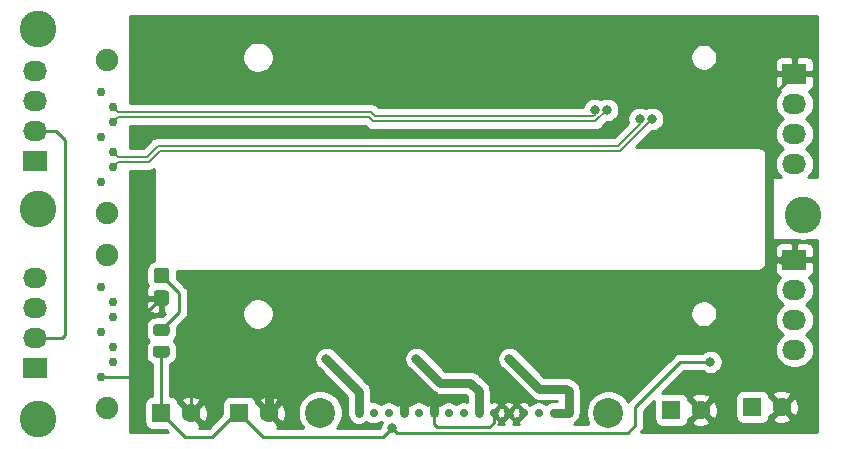
<source format=gbr>
%TF.GenerationSoftware,KiCad,Pcbnew,(5.1.10)-1*%
%TF.CreationDate,2021-07-18T21:09:21+08:00*%
%TF.ProjectId,2.5_SAS_Backend,322e355f-5341-4535-9f42-61636b656e64,rev?*%
%TF.SameCoordinates,Original*%
%TF.FileFunction,Copper,L1,Top*%
%TF.FilePolarity,Positive*%
%FSLAX46Y46*%
G04 Gerber Fmt 4.6, Leading zero omitted, Abs format (unit mm)*
G04 Created by KiCad (PCBNEW (5.1.10)-1) date 2021-07-18 21:09:21*
%MOMM*%
%LPD*%
G01*
G04 APERTURE LIST*
%TA.AperFunction,WasherPad*%
%ADD10C,1.900000*%
%TD*%
%TA.AperFunction,ComponentPad*%
%ADD11C,0.750000*%
%TD*%
%TA.AperFunction,ComponentPad*%
%ADD12C,0.700000*%
%TD*%
%TA.AperFunction,WasherPad*%
%ADD13C,2.540000*%
%TD*%
%TA.AperFunction,ComponentPad*%
%ADD14C,1.600000*%
%TD*%
%TA.AperFunction,ComponentPad*%
%ADD15R,1.600000X1.600000*%
%TD*%
%TA.AperFunction,ComponentPad*%
%ADD16R,2.030000X1.730000*%
%TD*%
%TA.AperFunction,ComponentPad*%
%ADD17O,2.030000X1.730000*%
%TD*%
%TA.AperFunction,ViaPad*%
%ADD18C,3.100000*%
%TD*%
%TA.AperFunction,ViaPad*%
%ADD19C,0.800000*%
%TD*%
%TA.AperFunction,Conductor*%
%ADD20C,0.250000*%
%TD*%
%TA.AperFunction,Conductor*%
%ADD21C,0.750000*%
%TD*%
%TA.AperFunction,Conductor*%
%ADD22C,0.200000*%
%TD*%
%TA.AperFunction,Conductor*%
%ADD23C,0.254000*%
%TD*%
%TA.AperFunction,Conductor*%
%ADD24C,0.100000*%
%TD*%
G04 APERTURE END LIST*
D10*
%TO.P,U5,*%
%TO.N,*%
X40132000Y-63874000D03*
X40132000Y-50934000D03*
D11*
%TO.P,U5,1*%
%TO.N,GND*%
X39632000Y-61214000D03*
%TO.P,U5,2*%
%TO.N,/S2_TXD_P*%
X40632000Y-59944000D03*
%TO.P,U5,3*%
%TO.N,/S2_TXD_N*%
X40632000Y-58674000D03*
%TO.P,U5,4*%
%TO.N,GND*%
X39632000Y-57404000D03*
%TO.P,U5,5*%
%TO.N,/S2_RXD_N*%
X40632000Y-56134000D03*
%TO.P,U5,6*%
%TO.N,/S2_RXD_P*%
X40632000Y-54864000D03*
%TO.P,U5,7*%
%TO.N,GND*%
X39632000Y-53594000D03*
%TD*%
D10*
%TO.P,U3,*%
%TO.N,*%
X40132000Y-47364000D03*
X40132000Y-34424000D03*
D11*
%TO.P,U3,1*%
%TO.N,GND*%
X39632000Y-44704000D03*
%TO.P,U3,2*%
%TO.N,/S1_TXD_P*%
X40632000Y-43434000D03*
%TO.P,U3,3*%
%TO.N,/S1_TXD_N*%
X40632000Y-42164000D03*
%TO.P,U3,4*%
%TO.N,GND*%
X39632000Y-40894000D03*
%TO.P,U3,5*%
%TO.N,/S1_RXD_N*%
X40632000Y-39624000D03*
%TO.P,U3,6*%
%TO.N,/S1_RXD_P*%
X40632000Y-38354000D03*
%TO.P,U3,7*%
%TO.N,GND*%
X39632000Y-37084000D03*
%TD*%
D12*
%TO.P,U2,14*%
%TO.N,+12V*%
X62680000Y-64262000D03*
%TO.P,U2,13*%
X63950000Y-64262000D03*
%TO.P,U2,15*%
X61410000Y-64262000D03*
%TO.P,U2,10*%
%TO.N,GND*%
X67760000Y-64262000D03*
%TO.P,U2,12*%
X65220000Y-64262000D03*
%TO.P,U2,11*%
%TO.N,N/C*%
X66490000Y-64262000D03*
%TO.P,U2,9*%
%TO.N,+5V*%
X69030000Y-64262000D03*
%TO.P,U2,8*%
X70300000Y-64262000D03*
%TO.P,U2,7*%
X71570000Y-64262000D03*
%TO.P,U2,6*%
%TO.N,GND*%
X72840000Y-64262000D03*
%TO.P,U2,5*%
X74110000Y-64262000D03*
%TO.P,U2,4*%
X75380000Y-64262000D03*
%TO.P,U2,3*%
%TO.N,N/C*%
X76650000Y-64262000D03*
%TO.P,U2,2*%
%TO.N,+3V3*%
X77920000Y-64262000D03*
%TO.P,U2,1*%
X79190000Y-64262000D03*
D13*
%TO.P,U2,*%
%TO.N,*%
X58140600Y-64262000D03*
X82550000Y-64262000D03*
%TD*%
D14*
%TO.P,5V_C2,2*%
%TO.N,GND*%
X53808000Y-64262000D03*
D15*
%TO.P,5V_C2,1*%
%TO.N,+5V*%
X51308000Y-64262000D03*
%TD*%
D14*
%TO.P,12V_C3,2*%
%TO.N,GND*%
X90384000Y-64008000D03*
D15*
%TO.P,12V_C3,1*%
%TO.N,+12V*%
X87884000Y-64008000D03*
%TD*%
D14*
%TO.P,12V_C4,2*%
%TO.N,GND*%
X97242000Y-63754000D03*
D15*
%TO.P,12V_C4,1*%
%TO.N,+12V*%
X94742000Y-63754000D03*
%TD*%
%TO.P,D1,2*%
%TO.N,Net-(D1-Pad2)*%
%TA.AperFunction,SMDPad,CuDef*%
G36*
G01*
X45104000Y-53294000D02*
X44304000Y-53294000D01*
G75*
G02*
X44054000Y-53044000I0J250000D01*
G01*
X44054000Y-52219000D01*
G75*
G02*
X44304000Y-51969000I250000J0D01*
G01*
X45104000Y-51969000D01*
G75*
G02*
X45354000Y-52219000I0J-250000D01*
G01*
X45354000Y-53044000D01*
G75*
G02*
X45104000Y-53294000I-250000J0D01*
G01*
G37*
%TD.AperFunction*%
%TO.P,D1,1*%
%TO.N,GND*%
%TA.AperFunction,SMDPad,CuDef*%
G36*
G01*
X45104000Y-55219000D02*
X44304000Y-55219000D01*
G75*
G02*
X44054000Y-54969000I0J250000D01*
G01*
X44054000Y-54144000D01*
G75*
G02*
X44304000Y-53894000I250000J0D01*
G01*
X45104000Y-53894000D01*
G75*
G02*
X45354000Y-54144000I0J-250000D01*
G01*
X45354000Y-54969000D01*
G75*
G02*
X45104000Y-55219000I-250000J0D01*
G01*
G37*
%TD.AperFunction*%
%TD*%
%TO.P,R1,2*%
%TO.N,Net-(D1-Pad2)*%
%TA.AperFunction,SMDPad,CuDef*%
G36*
G01*
X45154001Y-57766000D02*
X44253999Y-57766000D01*
G75*
G02*
X44004000Y-57516001I0J249999D01*
G01*
X44004000Y-56990999D01*
G75*
G02*
X44253999Y-56741000I249999J0D01*
G01*
X45154001Y-56741000D01*
G75*
G02*
X45404000Y-56990999I0J-249999D01*
G01*
X45404000Y-57516001D01*
G75*
G02*
X45154001Y-57766000I-249999J0D01*
G01*
G37*
%TD.AperFunction*%
%TO.P,R1,1*%
%TO.N,+5V*%
%TA.AperFunction,SMDPad,CuDef*%
G36*
G01*
X45154001Y-59591000D02*
X44253999Y-59591000D01*
G75*
G02*
X44004000Y-59341001I0J249999D01*
G01*
X44004000Y-58815999D01*
G75*
G02*
X44253999Y-58566000I249999J0D01*
G01*
X45154001Y-58566000D01*
G75*
G02*
X45404000Y-58815999I0J-249999D01*
G01*
X45404000Y-59341001D01*
G75*
G02*
X45154001Y-59591000I-249999J0D01*
G01*
G37*
%TD.AperFunction*%
%TD*%
D16*
%TO.P,M1,1*%
%TO.N,GND*%
X98298000Y-51308000D03*
D17*
%TO.P,M1,2*%
%TO.N,+5V*%
X98298000Y-53848000D03*
%TO.P,M1,3*%
%TO.N,N/C*%
X98298000Y-56388000D03*
%TO.P,M1,4*%
X98298000Y-58928000D03*
%TD*%
D16*
%TO.P,M2,1*%
%TO.N,GND*%
X98298000Y-35560000D03*
D17*
%TO.P,M2,2*%
%TO.N,+5V*%
X98298000Y-38100000D03*
%TO.P,M2,3*%
%TO.N,N/C*%
X98298000Y-40640000D03*
%TO.P,M2,4*%
X98298000Y-43180000D03*
%TD*%
D16*
%TO.P,M3,1*%
%TO.N,GND*%
X34036000Y-42926000D03*
D17*
%TO.P,M3,2*%
%TO.N,+12V*%
X34036000Y-40386000D03*
%TO.P,M3,3*%
%TO.N,N/C*%
X34036000Y-37846000D03*
%TO.P,M3,4*%
X34036000Y-35306000D03*
%TD*%
D16*
%TO.P,M4,1*%
%TO.N,GND*%
X34036000Y-60452000D03*
D17*
%TO.P,M4,2*%
%TO.N,+12V*%
X34036000Y-57912000D03*
%TO.P,M4,3*%
%TO.N,N/C*%
X34036000Y-55372000D03*
%TO.P,M4,4*%
X34036000Y-52832000D03*
%TD*%
D14*
%TO.P,5V_C1,2*%
%TO.N,GND*%
X47204000Y-64262000D03*
D15*
%TO.P,5V_C1,1*%
%TO.N,+5V*%
X44704000Y-64262000D03*
%TD*%
D18*
%TO.N,*%
X34290000Y-64770000D03*
X99060000Y-47498000D03*
X34290000Y-46990000D03*
X34290000Y-31750000D03*
D19*
%TO.N,+12V*%
X58674000Y-59690000D03*
%TO.N,GND*%
X58420000Y-55118000D03*
X65532000Y-53848000D03*
X76200000Y-55626000D03*
X77724000Y-57150000D03*
X47244000Y-60960000D03*
X67310000Y-40640000D03*
%TO.N,+5V*%
X66294000Y-59690000D03*
X64262000Y-65532000D03*
X91186000Y-59944000D03*
%TO.N,+3V3*%
X74168000Y-59690000D03*
%TO.N,/S1_TXD_P*%
X86250000Y-39370000D03*
%TO.N,/S1_TXD_N*%
X85200000Y-39370000D03*
%TO.N,/S1_RXD_N*%
X82440000Y-38608000D03*
%TO.N,/S1_RXD_P*%
X81390000Y-38608000D03*
%TD*%
D20*
%TO.N,+12V*%
X36576000Y-41148000D02*
X36576000Y-57658000D01*
X36322000Y-57912000D02*
X34036000Y-57912000D01*
X34036000Y-40386000D02*
X35814000Y-40386000D01*
X33782000Y-57912000D02*
X34798000Y-57912000D01*
X36576000Y-57658000D02*
X36322000Y-57912000D01*
X35814000Y-40386000D02*
X36576000Y-41148000D01*
D21*
X61468000Y-64204000D02*
X61410000Y-64262000D01*
X61468000Y-62484000D02*
X61468000Y-64204000D01*
X58674000Y-59690000D02*
X61468000Y-62484000D01*
%TO.N,GND*%
X64262000Y-55118000D02*
X58420000Y-55118000D01*
X64516000Y-54864000D02*
X65532000Y-53848000D01*
X53808000Y-59730000D02*
X53808000Y-64262000D01*
D20*
X76200000Y-55626000D02*
X77724000Y-57150000D01*
X72840000Y-65082000D02*
X72440011Y-65481989D01*
D21*
X65532000Y-53848000D02*
X64262000Y-55118000D01*
X98298000Y-51308000D02*
X97282000Y-51308000D01*
X58420000Y-55118000D02*
X53808000Y-59730000D01*
X64516000Y-62738000D02*
X64516000Y-54864000D01*
D20*
X67760000Y-65220000D02*
X67760000Y-64262000D01*
X72440011Y-65481989D02*
X68021989Y-65481989D01*
X72840000Y-64262000D02*
X72840000Y-65082000D01*
X68021989Y-65481989D02*
X67760000Y-65220000D01*
X44516500Y-54744000D02*
X44704000Y-54556500D01*
X96266000Y-51689000D02*
X96266000Y-62778000D01*
X96266000Y-62778000D02*
X97242000Y-63754000D01*
X96647000Y-51308000D02*
X96266000Y-51689000D01*
X98298000Y-51308000D02*
X96647000Y-51308000D01*
X96139000Y-50414000D02*
X96139000Y-37719000D01*
X96139000Y-37719000D02*
X98298000Y-35560000D01*
X98298000Y-51308000D02*
X97033000Y-51308000D01*
X97033000Y-51308000D02*
X96139000Y-50414000D01*
X43180000Y-56080500D02*
X44704000Y-54556500D01*
X43180000Y-60960000D02*
X43180000Y-56080500D01*
X42926000Y-61214000D02*
X43180000Y-60960000D01*
X39632000Y-61214000D02*
X42926000Y-61214000D01*
D21*
X65220000Y-63442000D02*
X65220000Y-64262000D01*
X64516000Y-62738000D02*
X65220000Y-63442000D01*
X64516000Y-62738000D02*
X67818000Y-62738000D01*
X67760000Y-62796000D02*
X67760000Y-64262000D01*
X67818000Y-62738000D02*
X67760000Y-62796000D01*
D20*
X47204000Y-64262000D02*
X47204000Y-61254000D01*
X47244000Y-61214000D02*
X47244000Y-60960000D01*
X47204000Y-61254000D02*
X47244000Y-61214000D01*
%TO.N,+5V*%
X64262000Y-65532000D02*
X63500000Y-66294000D01*
X63500000Y-66294000D02*
X53340000Y-66294000D01*
X49022000Y-66294000D02*
X46736000Y-66294000D01*
X46736000Y-66294000D02*
X44704000Y-64262000D01*
X51054000Y-64262000D02*
X49022000Y-66294000D01*
X53340000Y-66294000D02*
X51308000Y-64262000D01*
X84836000Y-65278000D02*
X84182001Y-65931999D01*
X84182001Y-65931999D02*
X64661999Y-65931999D01*
X64661999Y-65931999D02*
X64262000Y-65532000D01*
X84836000Y-63754000D02*
X84836000Y-65278000D01*
X88646000Y-59944000D02*
X84836000Y-63754000D01*
X91186000Y-59944000D02*
X88646000Y-59944000D01*
X44704000Y-64262000D02*
X44704000Y-59078500D01*
D21*
X68326000Y-61722000D02*
X66294000Y-59690000D01*
D20*
X51308000Y-64262000D02*
X51054000Y-64262000D01*
D21*
X68326000Y-61722000D02*
X70866000Y-61722000D01*
X71570000Y-62426000D02*
X71570000Y-64262000D01*
X70866000Y-61722000D02*
X71570000Y-62426000D01*
%TO.N,+3V3*%
X76708000Y-62230000D02*
X74168000Y-59690000D01*
X79190000Y-64262000D02*
X77920000Y-64262000D01*
X76708000Y-62230000D02*
X78994000Y-62230000D01*
X79190000Y-62426000D02*
X79190000Y-64262000D01*
X78994000Y-62230000D02*
X79190000Y-62426000D01*
D20*
%TO.N,Net-(D1-Pad2)*%
X46228000Y-55729500D02*
X46228000Y-54155500D01*
X46228000Y-54155500D02*
X44704000Y-52631500D01*
X44704000Y-57253500D02*
X46228000Y-55729500D01*
D22*
%TO.N,/S1_TXD_P*%
X41042000Y-43024000D02*
X40632000Y-43434000D01*
X43638367Y-43024000D02*
X41042000Y-43024000D01*
X44569377Y-42092990D02*
X43638367Y-43024000D01*
X83527010Y-42092990D02*
X44569377Y-42092990D01*
X86250000Y-39370000D02*
X83527010Y-42092990D01*
%TO.N,/S1_TXD_N*%
X41042000Y-42574000D02*
X40632000Y-42164000D01*
X44382985Y-41642999D02*
X43451984Y-42574000D01*
X43451984Y-42574000D02*
X41042000Y-42574000D01*
X85200000Y-39783603D02*
X83340604Y-41642999D01*
X85200000Y-39370000D02*
X85200000Y-39783603D01*
X83340604Y-41642999D02*
X44382985Y-41642999D01*
%TO.N,/S1_RXD_N*%
X81453000Y-39595000D02*
X62644800Y-39595000D01*
X82440000Y-38608000D02*
X81453000Y-39595000D01*
X41042000Y-39214000D02*
X40632000Y-39624000D01*
X62263800Y-39214000D02*
X41042000Y-39214000D01*
X62644800Y-39595000D02*
X62263800Y-39214000D01*
%TO.N,/S1_RXD_P*%
X81390000Y-39021603D02*
X81266603Y-39145000D01*
X81390000Y-38608000D02*
X81390000Y-39021603D01*
X81266603Y-39145000D02*
X62831200Y-39145000D01*
X41042000Y-38764000D02*
X40632000Y-38354000D01*
X62450200Y-38764000D02*
X41042000Y-38764000D01*
X62831200Y-39145000D02*
X62450200Y-38764000D01*
%TD*%
D23*
%TO.N,GND*%
X44044001Y-51374306D02*
X43964150Y-51398528D01*
X43810614Y-51480595D01*
X43676038Y-51591038D01*
X43565595Y-51725614D01*
X43483528Y-51879150D01*
X43432992Y-52045746D01*
X43415928Y-52219000D01*
X43415928Y-53044000D01*
X43432992Y-53217254D01*
X43483528Y-53383850D01*
X43549664Y-53507580D01*
X43523463Y-53539506D01*
X43464498Y-53649820D01*
X43428188Y-53769518D01*
X43415928Y-53894000D01*
X43419000Y-54270750D01*
X43577750Y-54429500D01*
X44577000Y-54429500D01*
X44577000Y-54409500D01*
X44831000Y-54409500D01*
X44831000Y-54429500D01*
X44851000Y-54429500D01*
X44851000Y-54683500D01*
X44831000Y-54683500D01*
X44831000Y-55695250D01*
X44989750Y-55854000D01*
X45028372Y-55854326D01*
X44779770Y-56102928D01*
X44253999Y-56102928D01*
X44080745Y-56119992D01*
X43914149Y-56170528D01*
X43760613Y-56252595D01*
X43626038Y-56363038D01*
X43515595Y-56497613D01*
X43433528Y-56651149D01*
X43382992Y-56817745D01*
X43365928Y-56990999D01*
X43365928Y-57516001D01*
X43382992Y-57689255D01*
X43433528Y-57855851D01*
X43515595Y-58009387D01*
X43626038Y-58143962D01*
X43652891Y-58166000D01*
X43626038Y-58188038D01*
X43515595Y-58322613D01*
X43433528Y-58476149D01*
X43382992Y-58642745D01*
X43365928Y-58815999D01*
X43365928Y-59341001D01*
X43382992Y-59514255D01*
X43433528Y-59680851D01*
X43515595Y-59834387D01*
X43626038Y-59968962D01*
X43760613Y-60079405D01*
X43914149Y-60161472D01*
X43944001Y-60170527D01*
X43944000Y-62823928D01*
X43904000Y-62823928D01*
X43779518Y-62836188D01*
X43659820Y-62872498D01*
X43549506Y-62931463D01*
X43452815Y-63010815D01*
X43373463Y-63107506D01*
X43314498Y-63217820D01*
X43278188Y-63337518D01*
X43265928Y-63462000D01*
X43265928Y-65062000D01*
X43278188Y-65186482D01*
X43314498Y-65306180D01*
X43373463Y-65416494D01*
X43452815Y-65513185D01*
X43549506Y-65592537D01*
X43659820Y-65651502D01*
X43779518Y-65687812D01*
X43904000Y-65700072D01*
X45067271Y-65700072D01*
X45280199Y-65913000D01*
X42037000Y-65913000D01*
X42037000Y-55219000D01*
X43415928Y-55219000D01*
X43428188Y-55343482D01*
X43464498Y-55463180D01*
X43523463Y-55573494D01*
X43602815Y-55670185D01*
X43699506Y-55749537D01*
X43809820Y-55808502D01*
X43929518Y-55844812D01*
X44054000Y-55857072D01*
X44418250Y-55854000D01*
X44577000Y-55695250D01*
X44577000Y-54683500D01*
X43577750Y-54683500D01*
X43419000Y-54842250D01*
X43415928Y-55219000D01*
X42037000Y-55219000D01*
X42037000Y-43759000D01*
X43602262Y-43759000D01*
X43638367Y-43762556D01*
X43674472Y-43759000D01*
X43782452Y-43748365D01*
X43921000Y-43706337D01*
X44044000Y-43640592D01*
X44044001Y-51374306D01*
%TA.AperFunction,Conductor*%
D24*
G36*
X44044001Y-51374306D02*
G01*
X43964150Y-51398528D01*
X43810614Y-51480595D01*
X43676038Y-51591038D01*
X43565595Y-51725614D01*
X43483528Y-51879150D01*
X43432992Y-52045746D01*
X43415928Y-52219000D01*
X43415928Y-53044000D01*
X43432992Y-53217254D01*
X43483528Y-53383850D01*
X43549664Y-53507580D01*
X43523463Y-53539506D01*
X43464498Y-53649820D01*
X43428188Y-53769518D01*
X43415928Y-53894000D01*
X43419000Y-54270750D01*
X43577750Y-54429500D01*
X44577000Y-54429500D01*
X44577000Y-54409500D01*
X44831000Y-54409500D01*
X44831000Y-54429500D01*
X44851000Y-54429500D01*
X44851000Y-54683500D01*
X44831000Y-54683500D01*
X44831000Y-55695250D01*
X44989750Y-55854000D01*
X45028372Y-55854326D01*
X44779770Y-56102928D01*
X44253999Y-56102928D01*
X44080745Y-56119992D01*
X43914149Y-56170528D01*
X43760613Y-56252595D01*
X43626038Y-56363038D01*
X43515595Y-56497613D01*
X43433528Y-56651149D01*
X43382992Y-56817745D01*
X43365928Y-56990999D01*
X43365928Y-57516001D01*
X43382992Y-57689255D01*
X43433528Y-57855851D01*
X43515595Y-58009387D01*
X43626038Y-58143962D01*
X43652891Y-58166000D01*
X43626038Y-58188038D01*
X43515595Y-58322613D01*
X43433528Y-58476149D01*
X43382992Y-58642745D01*
X43365928Y-58815999D01*
X43365928Y-59341001D01*
X43382992Y-59514255D01*
X43433528Y-59680851D01*
X43515595Y-59834387D01*
X43626038Y-59968962D01*
X43760613Y-60079405D01*
X43914149Y-60161472D01*
X43944001Y-60170527D01*
X43944000Y-62823928D01*
X43904000Y-62823928D01*
X43779518Y-62836188D01*
X43659820Y-62872498D01*
X43549506Y-62931463D01*
X43452815Y-63010815D01*
X43373463Y-63107506D01*
X43314498Y-63217820D01*
X43278188Y-63337518D01*
X43265928Y-63462000D01*
X43265928Y-65062000D01*
X43278188Y-65186482D01*
X43314498Y-65306180D01*
X43373463Y-65416494D01*
X43452815Y-65513185D01*
X43549506Y-65592537D01*
X43659820Y-65651502D01*
X43779518Y-65687812D01*
X43904000Y-65700072D01*
X45067271Y-65700072D01*
X45280199Y-65913000D01*
X42037000Y-65913000D01*
X42037000Y-55219000D01*
X43415928Y-55219000D01*
X43428188Y-55343482D01*
X43464498Y-55463180D01*
X43523463Y-55573494D01*
X43602815Y-55670185D01*
X43699506Y-55749537D01*
X43809820Y-55808502D01*
X43929518Y-55844812D01*
X44054000Y-55857072D01*
X44418250Y-55854000D01*
X44577000Y-55695250D01*
X44577000Y-54683500D01*
X43577750Y-54683500D01*
X43419000Y-54842250D01*
X43415928Y-55219000D01*
X42037000Y-55219000D01*
X42037000Y-43759000D01*
X43602262Y-43759000D01*
X43638367Y-43762556D01*
X43674472Y-43759000D01*
X43782452Y-43748365D01*
X43921000Y-43706337D01*
X44044000Y-43640592D01*
X44044001Y-51374306D01*
G37*
%TD.AperFunction*%
D23*
X100203000Y-44323000D02*
X99419713Y-44323000D01*
X99513792Y-44245792D01*
X99701238Y-44017387D01*
X99840524Y-43756802D01*
X99926295Y-43474051D01*
X99955257Y-43180000D01*
X99926295Y-42885949D01*
X99840524Y-42603198D01*
X99701238Y-42342613D01*
X99513792Y-42114208D01*
X99285387Y-41926762D01*
X99254028Y-41910000D01*
X99285387Y-41893238D01*
X99513792Y-41705792D01*
X99701238Y-41477387D01*
X99840524Y-41216802D01*
X99926295Y-40934051D01*
X99955257Y-40640000D01*
X99926295Y-40345949D01*
X99840524Y-40063198D01*
X99701238Y-39802613D01*
X99513792Y-39574208D01*
X99285387Y-39386762D01*
X99254028Y-39370000D01*
X99285387Y-39353238D01*
X99513792Y-39165792D01*
X99701238Y-38937387D01*
X99840524Y-38676802D01*
X99926295Y-38394051D01*
X99955257Y-38100000D01*
X99926295Y-37805949D01*
X99840524Y-37523198D01*
X99701238Y-37262613D01*
X99513792Y-37034208D01*
X99507970Y-37029430D01*
X99557180Y-37014502D01*
X99667494Y-36955537D01*
X99764185Y-36876185D01*
X99843537Y-36779494D01*
X99902502Y-36669180D01*
X99938812Y-36549482D01*
X99951072Y-36425000D01*
X99948000Y-35845750D01*
X99789250Y-35687000D01*
X98425000Y-35687000D01*
X98425000Y-35707000D01*
X98171000Y-35707000D01*
X98171000Y-35687000D01*
X96806750Y-35687000D01*
X96648000Y-35845750D01*
X96644928Y-36425000D01*
X96657188Y-36549482D01*
X96693498Y-36669180D01*
X96752463Y-36779494D01*
X96831815Y-36876185D01*
X96928506Y-36955537D01*
X97038820Y-37014502D01*
X97088030Y-37029430D01*
X97082208Y-37034208D01*
X96894762Y-37262613D01*
X96755476Y-37523198D01*
X96669705Y-37805949D01*
X96640743Y-38100000D01*
X96669705Y-38394051D01*
X96755476Y-38676802D01*
X96894762Y-38937387D01*
X97082208Y-39165792D01*
X97310613Y-39353238D01*
X97341972Y-39370000D01*
X97310613Y-39386762D01*
X97082208Y-39574208D01*
X96894762Y-39802613D01*
X96755476Y-40063198D01*
X96669705Y-40345949D01*
X96640743Y-40640000D01*
X96669705Y-40934051D01*
X96755476Y-41216802D01*
X96894762Y-41477387D01*
X97082208Y-41705792D01*
X97310613Y-41893238D01*
X97341972Y-41910000D01*
X97310613Y-41926762D01*
X97082208Y-42114208D01*
X96894762Y-42342613D01*
X96755476Y-42603198D01*
X96669705Y-42885949D01*
X96640743Y-43180000D01*
X96669705Y-43474051D01*
X96755476Y-43756802D01*
X96894762Y-44017387D01*
X97082208Y-44245792D01*
X97176287Y-44323000D01*
X96520000Y-44323000D01*
X96495224Y-44325440D01*
X96471399Y-44332667D01*
X96449443Y-44344403D01*
X96430197Y-44360197D01*
X96414403Y-44379443D01*
X96402667Y-44401399D01*
X96395440Y-44425224D01*
X96393000Y-44450000D01*
X96393000Y-49530000D01*
X96395440Y-49554776D01*
X96402667Y-49578601D01*
X96414403Y-49600557D01*
X96430197Y-49619803D01*
X96449443Y-49635597D01*
X96471399Y-49647333D01*
X96495224Y-49654560D01*
X96520000Y-49657000D01*
X98714086Y-49657000D01*
X98844796Y-49683000D01*
X99275204Y-49683000D01*
X99405914Y-49657000D01*
X100203000Y-49657000D01*
X100203000Y-65913000D01*
X85275802Y-65913000D01*
X85347002Y-65841800D01*
X85376001Y-65818001D01*
X85470974Y-65702276D01*
X85541546Y-65570247D01*
X85585003Y-65426986D01*
X85596000Y-65315333D01*
X85596000Y-65315324D01*
X85599676Y-65278001D01*
X85596000Y-65240678D01*
X85596000Y-64068801D01*
X86445928Y-63218873D01*
X86445928Y-64808000D01*
X86458188Y-64932482D01*
X86494498Y-65052180D01*
X86553463Y-65162494D01*
X86632815Y-65259185D01*
X86729506Y-65338537D01*
X86839820Y-65397502D01*
X86959518Y-65433812D01*
X87084000Y-65446072D01*
X88684000Y-65446072D01*
X88808482Y-65433812D01*
X88928180Y-65397502D01*
X89038494Y-65338537D01*
X89135185Y-65259185D01*
X89214537Y-65162494D01*
X89273502Y-65052180D01*
X89289117Y-65000702D01*
X89570903Y-65000702D01*
X89642486Y-65244671D01*
X89897996Y-65365571D01*
X90172184Y-65434300D01*
X90454512Y-65448217D01*
X90734130Y-65406787D01*
X91000292Y-65311603D01*
X91125514Y-65244671D01*
X91197097Y-65000702D01*
X90384000Y-64187605D01*
X89570903Y-65000702D01*
X89289117Y-65000702D01*
X89309812Y-64932482D01*
X89322072Y-64808000D01*
X89322072Y-64800785D01*
X89391298Y-64821097D01*
X90204395Y-64008000D01*
X90563605Y-64008000D01*
X91376702Y-64821097D01*
X91620671Y-64749514D01*
X91741571Y-64494004D01*
X91810300Y-64219816D01*
X91824217Y-63937488D01*
X91782787Y-63657870D01*
X91687603Y-63391708D01*
X91620671Y-63266486D01*
X91376702Y-63194903D01*
X90563605Y-64008000D01*
X90204395Y-64008000D01*
X89391298Y-63194903D01*
X89322072Y-63215215D01*
X89322072Y-63208000D01*
X89309812Y-63083518D01*
X89289118Y-63015298D01*
X89570903Y-63015298D01*
X90384000Y-63828395D01*
X91197097Y-63015298D01*
X91179112Y-62954000D01*
X93303928Y-62954000D01*
X93303928Y-64554000D01*
X93316188Y-64678482D01*
X93352498Y-64798180D01*
X93411463Y-64908494D01*
X93490815Y-65005185D01*
X93587506Y-65084537D01*
X93697820Y-65143502D01*
X93817518Y-65179812D01*
X93942000Y-65192072D01*
X95542000Y-65192072D01*
X95666482Y-65179812D01*
X95786180Y-65143502D01*
X95896494Y-65084537D01*
X95993185Y-65005185D01*
X96072537Y-64908494D01*
X96131502Y-64798180D01*
X96147117Y-64746702D01*
X96428903Y-64746702D01*
X96500486Y-64990671D01*
X96755996Y-65111571D01*
X97030184Y-65180300D01*
X97312512Y-65194217D01*
X97592130Y-65152787D01*
X97858292Y-65057603D01*
X97983514Y-64990671D01*
X98055097Y-64746702D01*
X97242000Y-63933605D01*
X96428903Y-64746702D01*
X96147117Y-64746702D01*
X96167812Y-64678482D01*
X96180072Y-64554000D01*
X96180072Y-64546785D01*
X96249298Y-64567097D01*
X97062395Y-63754000D01*
X97421605Y-63754000D01*
X98234702Y-64567097D01*
X98478671Y-64495514D01*
X98599571Y-64240004D01*
X98668300Y-63965816D01*
X98682217Y-63683488D01*
X98640787Y-63403870D01*
X98545603Y-63137708D01*
X98478671Y-63012486D01*
X98234702Y-62940903D01*
X97421605Y-63754000D01*
X97062395Y-63754000D01*
X96249298Y-62940903D01*
X96180072Y-62961215D01*
X96180072Y-62954000D01*
X96167812Y-62829518D01*
X96147118Y-62761298D01*
X96428903Y-62761298D01*
X97242000Y-63574395D01*
X98055097Y-62761298D01*
X97983514Y-62517329D01*
X97728004Y-62396429D01*
X97453816Y-62327700D01*
X97171488Y-62313783D01*
X96891870Y-62355213D01*
X96625708Y-62450397D01*
X96500486Y-62517329D01*
X96428903Y-62761298D01*
X96147118Y-62761298D01*
X96131502Y-62709820D01*
X96072537Y-62599506D01*
X95993185Y-62502815D01*
X95896494Y-62423463D01*
X95786180Y-62364498D01*
X95666482Y-62328188D01*
X95542000Y-62315928D01*
X93942000Y-62315928D01*
X93817518Y-62328188D01*
X93697820Y-62364498D01*
X93587506Y-62423463D01*
X93490815Y-62502815D01*
X93411463Y-62599506D01*
X93352498Y-62709820D01*
X93316188Y-62829518D01*
X93303928Y-62954000D01*
X91179112Y-62954000D01*
X91125514Y-62771329D01*
X90870004Y-62650429D01*
X90595816Y-62581700D01*
X90313488Y-62567783D01*
X90033870Y-62609213D01*
X89767708Y-62704397D01*
X89642486Y-62771329D01*
X89570903Y-63015298D01*
X89289118Y-63015298D01*
X89273502Y-62963820D01*
X89214537Y-62853506D01*
X89135185Y-62756815D01*
X89038494Y-62677463D01*
X88928180Y-62618498D01*
X88808482Y-62582188D01*
X88684000Y-62569928D01*
X87094873Y-62569928D01*
X88960802Y-60704000D01*
X90482289Y-60704000D01*
X90526226Y-60747937D01*
X90695744Y-60861205D01*
X90884102Y-60939226D01*
X91084061Y-60979000D01*
X91287939Y-60979000D01*
X91487898Y-60939226D01*
X91676256Y-60861205D01*
X91845774Y-60747937D01*
X91989937Y-60603774D01*
X92103205Y-60434256D01*
X92181226Y-60245898D01*
X92221000Y-60045939D01*
X92221000Y-59842061D01*
X92181226Y-59642102D01*
X92103205Y-59453744D01*
X91989937Y-59284226D01*
X91845774Y-59140063D01*
X91676256Y-59026795D01*
X91487898Y-58948774D01*
X91287939Y-58909000D01*
X91084061Y-58909000D01*
X90884102Y-58948774D01*
X90695744Y-59026795D01*
X90526226Y-59140063D01*
X90482289Y-59184000D01*
X88683325Y-59184000D01*
X88646000Y-59180324D01*
X88608675Y-59184000D01*
X88608667Y-59184000D01*
X88497014Y-59194997D01*
X88353753Y-59238454D01*
X88221724Y-59309026D01*
X88105999Y-59403999D01*
X88082201Y-59432997D01*
X84325003Y-63190196D01*
X84295999Y-63213999D01*
X84240871Y-63281174D01*
X84210491Y-63318191D01*
X84029710Y-63047634D01*
X83764366Y-62782290D01*
X83452356Y-62573811D01*
X83105668Y-62430209D01*
X82737626Y-62357000D01*
X82362374Y-62357000D01*
X81994332Y-62430209D01*
X81647644Y-62573811D01*
X81335634Y-62782290D01*
X81070290Y-63047634D01*
X80861811Y-63359644D01*
X80718209Y-63706332D01*
X80645000Y-64074374D01*
X80645000Y-64449626D01*
X80718209Y-64817668D01*
X80861811Y-65164356D01*
X80866918Y-65171999D01*
X79630078Y-65171999D01*
X79753840Y-65105847D01*
X79907633Y-64979633D01*
X80033847Y-64825840D01*
X80127632Y-64650380D01*
X80185385Y-64459994D01*
X80200000Y-64311608D01*
X80204886Y-64262000D01*
X80200000Y-64212392D01*
X80200000Y-62475608D01*
X80204886Y-62426000D01*
X80198829Y-62364498D01*
X80185385Y-62228006D01*
X80127632Y-62037620D01*
X80033847Y-61862160D01*
X79907633Y-61708367D01*
X79869094Y-61676739D01*
X79743261Y-61550906D01*
X79711633Y-61512367D01*
X79557840Y-61386153D01*
X79382380Y-61292368D01*
X79191994Y-61234615D01*
X79043608Y-61220000D01*
X78994000Y-61215114D01*
X78944392Y-61220000D01*
X77126356Y-61220000D01*
X75043132Y-59136777D01*
X74971937Y-59030226D01*
X74827774Y-58886063D01*
X74658256Y-58772795D01*
X74469898Y-58694774D01*
X74269939Y-58655000D01*
X74066061Y-58655000D01*
X73866102Y-58694774D01*
X73677744Y-58772795D01*
X73508226Y-58886063D01*
X73364063Y-59030226D01*
X73250795Y-59199744D01*
X73172774Y-59388102D01*
X73133000Y-59588061D01*
X73133000Y-59791939D01*
X73172774Y-59991898D01*
X73250795Y-60180256D01*
X73364063Y-60349774D01*
X73508226Y-60493937D01*
X73614777Y-60565132D01*
X75958743Y-62909099D01*
X75990367Y-62947633D01*
X76144160Y-63073847D01*
X76319620Y-63167632D01*
X76510006Y-63225385D01*
X76658392Y-63240000D01*
X76658394Y-63240000D01*
X76707999Y-63244886D01*
X76757604Y-63240000D01*
X78180000Y-63240000D01*
X78180000Y-63252000D01*
X77870392Y-63252000D01*
X77722006Y-63266615D01*
X77531620Y-63324368D01*
X77356160Y-63418153D01*
X77268147Y-63490383D01*
X77116572Y-63389104D01*
X76937314Y-63314853D01*
X76747014Y-63277000D01*
X76552986Y-63277000D01*
X76362686Y-63314853D01*
X76183428Y-63389104D01*
X76022099Y-63496901D01*
X76017935Y-63501065D01*
X75989631Y-63472761D01*
X75870912Y-63591480D01*
X75854216Y-63393233D01*
X75675616Y-63317411D01*
X75485656Y-63277890D01*
X75291636Y-63276187D01*
X75101011Y-63312368D01*
X74921107Y-63385043D01*
X74905784Y-63393233D01*
X74889088Y-63591483D01*
X75380000Y-64082395D01*
X75394143Y-64068253D01*
X75573748Y-64247858D01*
X75559605Y-64262000D01*
X75573748Y-64276143D01*
X75394143Y-64455748D01*
X75380000Y-64441605D01*
X74889088Y-64932517D01*
X74905784Y-65130767D01*
X75002907Y-65171999D01*
X74487099Y-65171999D01*
X74568893Y-65138957D01*
X74584216Y-65130767D01*
X74600912Y-64932517D01*
X74110000Y-64441605D01*
X73619088Y-64932517D01*
X73635784Y-65130767D01*
X73732907Y-65171999D01*
X73217099Y-65171999D01*
X73298893Y-65138957D01*
X73314216Y-65130767D01*
X73330912Y-64932517D01*
X72840000Y-64441605D01*
X72825858Y-64455748D01*
X72646253Y-64276143D01*
X72660395Y-64262000D01*
X73019605Y-64262000D01*
X73127986Y-64370381D01*
X73160368Y-64540989D01*
X73233043Y-64720893D01*
X73241233Y-64736216D01*
X73439483Y-64752912D01*
X73475000Y-64717395D01*
X73510517Y-64752912D01*
X73708767Y-64736216D01*
X73784589Y-64557616D01*
X73823945Y-64368450D01*
X73930395Y-64262000D01*
X74289605Y-64262000D01*
X74397986Y-64370381D01*
X74430368Y-64540989D01*
X74503043Y-64720893D01*
X74511233Y-64736216D01*
X74709483Y-64752912D01*
X74745000Y-64717395D01*
X74780517Y-64752912D01*
X74978767Y-64736216D01*
X75054589Y-64557616D01*
X75093945Y-64368450D01*
X75200395Y-64262000D01*
X75092014Y-64153619D01*
X75059632Y-63983011D01*
X74986957Y-63803107D01*
X74978767Y-63787784D01*
X74780517Y-63771088D01*
X74745000Y-63806605D01*
X74709483Y-63771088D01*
X74511233Y-63787784D01*
X74435411Y-63966384D01*
X74396055Y-64155550D01*
X74289605Y-64262000D01*
X73930395Y-64262000D01*
X73822014Y-64153619D01*
X73789632Y-63983011D01*
X73716957Y-63803107D01*
X73708767Y-63787784D01*
X73510517Y-63771088D01*
X73475000Y-63806605D01*
X73439483Y-63771088D01*
X73241233Y-63787784D01*
X73165411Y-63966384D01*
X73126055Y-64155550D01*
X73019605Y-64262000D01*
X72660395Y-64262000D01*
X72646253Y-64247858D01*
X72825858Y-64068253D01*
X72840000Y-64082395D01*
X73330912Y-63591483D01*
X73619088Y-63591483D01*
X74110000Y-64082395D01*
X74600912Y-63591483D01*
X74584216Y-63393233D01*
X74405616Y-63317411D01*
X74215656Y-63277890D01*
X74021636Y-63276187D01*
X73831011Y-63312368D01*
X73651107Y-63385043D01*
X73635784Y-63393233D01*
X73619088Y-63591483D01*
X73330912Y-63591483D01*
X73314216Y-63393233D01*
X73135616Y-63317411D01*
X72945656Y-63277890D01*
X72751636Y-63276187D01*
X72580000Y-63308764D01*
X72580000Y-62475604D01*
X72584886Y-62425999D01*
X72580000Y-62376392D01*
X72565385Y-62228006D01*
X72507632Y-62037620D01*
X72413847Y-61862160D01*
X72287633Y-61708367D01*
X72249094Y-61676739D01*
X71615261Y-61042906D01*
X71583633Y-61004367D01*
X71429840Y-60878153D01*
X71254380Y-60784368D01*
X71063994Y-60726615D01*
X70915608Y-60712000D01*
X70866000Y-60707114D01*
X70816392Y-60712000D01*
X68744356Y-60712000D01*
X67169132Y-59136776D01*
X67097937Y-59030226D01*
X66953774Y-58886063D01*
X66784256Y-58772795D01*
X66595898Y-58694774D01*
X66395939Y-58655000D01*
X66192061Y-58655000D01*
X65992102Y-58694774D01*
X65803744Y-58772795D01*
X65634226Y-58886063D01*
X65490063Y-59030226D01*
X65376795Y-59199744D01*
X65298774Y-59388102D01*
X65259000Y-59588061D01*
X65259000Y-59791939D01*
X65298774Y-59991898D01*
X65376795Y-60180256D01*
X65490063Y-60349774D01*
X65634226Y-60493937D01*
X65740776Y-60565132D01*
X67576743Y-62401099D01*
X67608367Y-62439633D01*
X67762160Y-62565847D01*
X67870946Y-62623994D01*
X67937620Y-62659632D01*
X68128005Y-62717385D01*
X68326000Y-62736886D01*
X68375608Y-62732000D01*
X70447645Y-62732000D01*
X70560000Y-62844355D01*
X70560000Y-63309420D01*
X70397014Y-63277000D01*
X70202986Y-63277000D01*
X70012686Y-63314853D01*
X69833428Y-63389104D01*
X69672099Y-63496901D01*
X69665000Y-63504000D01*
X69657901Y-63496901D01*
X69496572Y-63389104D01*
X69317314Y-63314853D01*
X69127014Y-63277000D01*
X68932986Y-63277000D01*
X68742686Y-63314853D01*
X68563428Y-63389104D01*
X68402099Y-63496901D01*
X68397935Y-63501065D01*
X68369631Y-63472761D01*
X68250912Y-63591480D01*
X68234216Y-63393233D01*
X68055616Y-63317411D01*
X67865656Y-63277890D01*
X67671636Y-63276187D01*
X67481011Y-63312368D01*
X67301107Y-63385043D01*
X67285784Y-63393233D01*
X67269088Y-63591480D01*
X67150369Y-63472761D01*
X67122065Y-63501065D01*
X67117901Y-63496901D01*
X66956572Y-63389104D01*
X66777314Y-63314853D01*
X66587014Y-63277000D01*
X66392986Y-63277000D01*
X66202686Y-63314853D01*
X66023428Y-63389104D01*
X65862099Y-63496901D01*
X65857935Y-63501065D01*
X65829631Y-63472761D01*
X65710912Y-63591480D01*
X65694216Y-63393233D01*
X65515616Y-63317411D01*
X65325656Y-63277890D01*
X65131636Y-63276187D01*
X64941011Y-63312368D01*
X64761107Y-63385043D01*
X64745784Y-63393233D01*
X64729088Y-63591480D01*
X64610369Y-63472761D01*
X64582065Y-63501065D01*
X64577901Y-63496901D01*
X64416572Y-63389104D01*
X64237314Y-63314853D01*
X64047014Y-63277000D01*
X63852986Y-63277000D01*
X63662686Y-63314853D01*
X63483428Y-63389104D01*
X63322099Y-63496901D01*
X63315000Y-63504000D01*
X63307901Y-63496901D01*
X63146572Y-63389104D01*
X62967314Y-63314853D01*
X62777014Y-63277000D01*
X62582986Y-63277000D01*
X62478000Y-63297883D01*
X62478000Y-62533608D01*
X62482886Y-62484000D01*
X62463385Y-62286005D01*
X62405632Y-62095620D01*
X62371630Y-62032006D01*
X62311847Y-61920160D01*
X62185633Y-61766367D01*
X62147100Y-61734744D01*
X59549132Y-59136777D01*
X59477937Y-59030226D01*
X59333774Y-58886063D01*
X59164256Y-58772795D01*
X58975898Y-58694774D01*
X58775939Y-58655000D01*
X58572061Y-58655000D01*
X58372102Y-58694774D01*
X58183744Y-58772795D01*
X58014226Y-58886063D01*
X57870063Y-59030226D01*
X57756795Y-59199744D01*
X57678774Y-59388102D01*
X57639000Y-59588061D01*
X57639000Y-59791939D01*
X57678774Y-59991898D01*
X57756795Y-60180256D01*
X57870063Y-60349774D01*
X58014226Y-60493937D01*
X58120777Y-60565132D01*
X60458000Y-62902356D01*
X60458001Y-63920983D01*
X60414615Y-64064006D01*
X60395114Y-64262000D01*
X60414615Y-64459994D01*
X60472368Y-64650379D01*
X60566154Y-64825840D01*
X60692368Y-64979632D01*
X60846160Y-65105846D01*
X61021621Y-65199632D01*
X61212006Y-65257385D01*
X61410000Y-65276886D01*
X61607994Y-65257385D01*
X61798379Y-65199632D01*
X61973840Y-65105846D01*
X62061853Y-65033616D01*
X62213428Y-65134896D01*
X62392686Y-65209147D01*
X62582986Y-65247000D01*
X62777014Y-65247000D01*
X62967314Y-65209147D01*
X63146572Y-65134896D01*
X63307901Y-65027099D01*
X63315000Y-65020000D01*
X63322099Y-65027099D01*
X63344626Y-65042151D01*
X63266774Y-65230102D01*
X63227000Y-65430061D01*
X63227000Y-65492199D01*
X63185199Y-65534000D01*
X59562676Y-65534000D01*
X59620310Y-65476366D01*
X59828789Y-65164356D01*
X59972391Y-64817668D01*
X60045600Y-64449626D01*
X60045600Y-64074374D01*
X59972391Y-63706332D01*
X59828789Y-63359644D01*
X59620310Y-63047634D01*
X59354966Y-62782290D01*
X59042956Y-62573811D01*
X58696268Y-62430209D01*
X58328226Y-62357000D01*
X57952974Y-62357000D01*
X57584932Y-62430209D01*
X57238244Y-62573811D01*
X56926234Y-62782290D01*
X56660890Y-63047634D01*
X56452411Y-63359644D01*
X56308809Y-63706332D01*
X56235600Y-64074374D01*
X56235600Y-64449626D01*
X56308809Y-64817668D01*
X56452411Y-65164356D01*
X56660890Y-65476366D01*
X56718524Y-65534000D01*
X54483418Y-65534000D01*
X54549514Y-65498671D01*
X54621097Y-65254702D01*
X53808000Y-64441605D01*
X53793858Y-64455748D01*
X53614253Y-64276143D01*
X53628395Y-64262000D01*
X53987605Y-64262000D01*
X54800702Y-65075097D01*
X55044671Y-65003514D01*
X55165571Y-64748004D01*
X55234300Y-64473816D01*
X55248217Y-64191488D01*
X55206787Y-63911870D01*
X55111603Y-63645708D01*
X55044671Y-63520486D01*
X54800702Y-63448903D01*
X53987605Y-64262000D01*
X53628395Y-64262000D01*
X52815298Y-63448903D01*
X52746072Y-63469215D01*
X52746072Y-63462000D01*
X52733812Y-63337518D01*
X52713118Y-63269298D01*
X52994903Y-63269298D01*
X53808000Y-64082395D01*
X54621097Y-63269298D01*
X54549514Y-63025329D01*
X54294004Y-62904429D01*
X54019816Y-62835700D01*
X53737488Y-62821783D01*
X53457870Y-62863213D01*
X53191708Y-62958397D01*
X53066486Y-63025329D01*
X52994903Y-63269298D01*
X52713118Y-63269298D01*
X52697502Y-63217820D01*
X52638537Y-63107506D01*
X52559185Y-63010815D01*
X52462494Y-62931463D01*
X52352180Y-62872498D01*
X52232482Y-62836188D01*
X52108000Y-62823928D01*
X50508000Y-62823928D01*
X50383518Y-62836188D01*
X50263820Y-62872498D01*
X50153506Y-62931463D01*
X50056815Y-63010815D01*
X49977463Y-63107506D01*
X49918498Y-63217820D01*
X49882188Y-63337518D01*
X49869928Y-63462000D01*
X49869928Y-64371270D01*
X48707199Y-65534000D01*
X47879418Y-65534000D01*
X47945514Y-65498671D01*
X48017097Y-65254702D01*
X47204000Y-64441605D01*
X47189858Y-64455748D01*
X47010253Y-64276143D01*
X47024395Y-64262000D01*
X47383605Y-64262000D01*
X48196702Y-65075097D01*
X48440671Y-65003514D01*
X48561571Y-64748004D01*
X48630300Y-64473816D01*
X48644217Y-64191488D01*
X48602787Y-63911870D01*
X48507603Y-63645708D01*
X48440671Y-63520486D01*
X48196702Y-63448903D01*
X47383605Y-64262000D01*
X47024395Y-64262000D01*
X46211298Y-63448903D01*
X46142072Y-63469215D01*
X46142072Y-63462000D01*
X46129812Y-63337518D01*
X46109118Y-63269298D01*
X46390903Y-63269298D01*
X47204000Y-64082395D01*
X48017097Y-63269298D01*
X47945514Y-63025329D01*
X47690004Y-62904429D01*
X47415816Y-62835700D01*
X47133488Y-62821783D01*
X46853870Y-62863213D01*
X46587708Y-62958397D01*
X46462486Y-63025329D01*
X46390903Y-63269298D01*
X46109118Y-63269298D01*
X46093502Y-63217820D01*
X46034537Y-63107506D01*
X45955185Y-63010815D01*
X45858494Y-62931463D01*
X45748180Y-62872498D01*
X45628482Y-62836188D01*
X45504000Y-62823928D01*
X45464000Y-62823928D01*
X45464000Y-60170527D01*
X45493851Y-60161472D01*
X45647387Y-60079405D01*
X45781962Y-59968962D01*
X45892405Y-59834387D01*
X45974472Y-59680851D01*
X46025008Y-59514255D01*
X46042072Y-59341001D01*
X46042072Y-58815999D01*
X46025008Y-58642745D01*
X45974472Y-58476149D01*
X45892405Y-58322613D01*
X45781962Y-58188038D01*
X45755109Y-58166000D01*
X45781962Y-58143962D01*
X45892405Y-58009387D01*
X45974472Y-57855851D01*
X46025008Y-57689255D01*
X46042072Y-57516001D01*
X46042072Y-56990999D01*
X46042003Y-56990299D01*
X46739009Y-56293294D01*
X46768001Y-56269501D01*
X46791795Y-56240508D01*
X46791799Y-56240504D01*
X46862973Y-56153777D01*
X46862974Y-56153776D01*
X46933546Y-56021747D01*
X46977003Y-55878486D01*
X46988000Y-55766833D01*
X46988000Y-55766824D01*
X46989803Y-55748514D01*
X51545000Y-55748514D01*
X51545000Y-56011486D01*
X51596304Y-56269405D01*
X51696939Y-56512359D01*
X51843038Y-56731013D01*
X52028987Y-56916962D01*
X52247641Y-57063061D01*
X52490595Y-57163696D01*
X52748514Y-57215000D01*
X53011486Y-57215000D01*
X53269405Y-57163696D01*
X53512359Y-57063061D01*
X53731013Y-56916962D01*
X53916962Y-56731013D01*
X54063061Y-56512359D01*
X54163696Y-56269405D01*
X54215000Y-56011486D01*
X54215000Y-55768212D01*
X89495000Y-55768212D01*
X89495000Y-55991788D01*
X89538617Y-56211067D01*
X89624176Y-56417624D01*
X89748388Y-56603520D01*
X89906480Y-56761612D01*
X90092376Y-56885824D01*
X90298933Y-56971383D01*
X90518212Y-57015000D01*
X90741788Y-57015000D01*
X90961067Y-56971383D01*
X91167624Y-56885824D01*
X91353520Y-56761612D01*
X91511612Y-56603520D01*
X91635824Y-56417624D01*
X91721383Y-56211067D01*
X91765000Y-55991788D01*
X91765000Y-55768212D01*
X91721383Y-55548933D01*
X91635824Y-55342376D01*
X91511612Y-55156480D01*
X91353520Y-54998388D01*
X91167624Y-54874176D01*
X90961067Y-54788617D01*
X90741788Y-54745000D01*
X90518212Y-54745000D01*
X90298933Y-54788617D01*
X90092376Y-54874176D01*
X89906480Y-54998388D01*
X89748388Y-55156480D01*
X89624176Y-55342376D01*
X89538617Y-55548933D01*
X89495000Y-55768212D01*
X54215000Y-55768212D01*
X54215000Y-55748514D01*
X54163696Y-55490595D01*
X54063061Y-55247641D01*
X53916962Y-55028987D01*
X53731013Y-54843038D01*
X53512359Y-54696939D01*
X53269405Y-54596304D01*
X53011486Y-54545000D01*
X52748514Y-54545000D01*
X52490595Y-54596304D01*
X52247641Y-54696939D01*
X52028987Y-54843038D01*
X51843038Y-55028987D01*
X51696939Y-55247641D01*
X51596304Y-55490595D01*
X51545000Y-55748514D01*
X46989803Y-55748514D01*
X46991676Y-55729501D01*
X46988000Y-55692178D01*
X46988000Y-54192822D01*
X46991676Y-54155499D01*
X46988000Y-54118176D01*
X46988000Y-54118167D01*
X46977003Y-54006514D01*
X46933546Y-53863253D01*
X46925393Y-53848000D01*
X96640743Y-53848000D01*
X96669705Y-54142051D01*
X96755476Y-54424802D01*
X96894762Y-54685387D01*
X97082208Y-54913792D01*
X97310613Y-55101238D01*
X97341972Y-55118000D01*
X97310613Y-55134762D01*
X97082208Y-55322208D01*
X96894762Y-55550613D01*
X96755476Y-55811198D01*
X96669705Y-56093949D01*
X96640743Y-56388000D01*
X96669705Y-56682051D01*
X96755476Y-56964802D01*
X96894762Y-57225387D01*
X97082208Y-57453792D01*
X97310613Y-57641238D01*
X97341972Y-57658000D01*
X97310613Y-57674762D01*
X97082208Y-57862208D01*
X96894762Y-58090613D01*
X96755476Y-58351198D01*
X96669705Y-58633949D01*
X96640743Y-58928000D01*
X96669705Y-59222051D01*
X96755476Y-59504802D01*
X96894762Y-59765387D01*
X97082208Y-59993792D01*
X97310613Y-60181238D01*
X97571198Y-60320524D01*
X97853949Y-60406295D01*
X98074320Y-60428000D01*
X98521680Y-60428000D01*
X98742051Y-60406295D01*
X99024802Y-60320524D01*
X99285387Y-60181238D01*
X99513792Y-59993792D01*
X99701238Y-59765387D01*
X99840524Y-59504802D01*
X99926295Y-59222051D01*
X99955257Y-58928000D01*
X99926295Y-58633949D01*
X99840524Y-58351198D01*
X99701238Y-58090613D01*
X99513792Y-57862208D01*
X99285387Y-57674762D01*
X99254028Y-57658000D01*
X99285387Y-57641238D01*
X99513792Y-57453792D01*
X99701238Y-57225387D01*
X99840524Y-56964802D01*
X99926295Y-56682051D01*
X99955257Y-56388000D01*
X99926295Y-56093949D01*
X99840524Y-55811198D01*
X99701238Y-55550613D01*
X99513792Y-55322208D01*
X99285387Y-55134762D01*
X99254028Y-55118000D01*
X99285387Y-55101238D01*
X99513792Y-54913792D01*
X99701238Y-54685387D01*
X99840524Y-54424802D01*
X99926295Y-54142051D01*
X99955257Y-53848000D01*
X99926295Y-53553949D01*
X99840524Y-53271198D01*
X99701238Y-53010613D01*
X99513792Y-52782208D01*
X99507970Y-52777430D01*
X99557180Y-52762502D01*
X99667494Y-52703537D01*
X99764185Y-52624185D01*
X99843537Y-52527494D01*
X99902502Y-52417180D01*
X99938812Y-52297482D01*
X99951072Y-52173000D01*
X99948000Y-51593750D01*
X99789250Y-51435000D01*
X98425000Y-51435000D01*
X98425000Y-51455000D01*
X98171000Y-51455000D01*
X98171000Y-51435000D01*
X96806750Y-51435000D01*
X96648000Y-51593750D01*
X96644928Y-52173000D01*
X96657188Y-52297482D01*
X96693498Y-52417180D01*
X96752463Y-52527494D01*
X96831815Y-52624185D01*
X96928506Y-52703537D01*
X97038820Y-52762502D01*
X97088030Y-52777430D01*
X97082208Y-52782208D01*
X96894762Y-53010613D01*
X96755476Y-53271198D01*
X96669705Y-53553949D01*
X96640743Y-53848000D01*
X46925393Y-53848000D01*
X46862974Y-53731224D01*
X46796168Y-53649820D01*
X46791799Y-53644496D01*
X46791795Y-53644492D01*
X46768001Y-53615499D01*
X46739008Y-53591705D01*
X45992072Y-52844770D01*
X45992072Y-52222000D01*
X95217581Y-52222000D01*
X95250000Y-52225193D01*
X95282419Y-52222000D01*
X95379383Y-52212450D01*
X95503793Y-52174710D01*
X95618450Y-52113425D01*
X95718948Y-52030948D01*
X95801425Y-51930450D01*
X95862710Y-51815793D01*
X95900450Y-51691383D01*
X95913193Y-51562000D01*
X95910000Y-51529581D01*
X95910000Y-50443000D01*
X96644928Y-50443000D01*
X96648000Y-51022250D01*
X96806750Y-51181000D01*
X98171000Y-51181000D01*
X98171000Y-49966750D01*
X98425000Y-49966750D01*
X98425000Y-51181000D01*
X99789250Y-51181000D01*
X99948000Y-51022250D01*
X99951072Y-50443000D01*
X99938812Y-50318518D01*
X99902502Y-50198820D01*
X99843537Y-50088506D01*
X99764185Y-49991815D01*
X99667494Y-49912463D01*
X99557180Y-49853498D01*
X99437482Y-49817188D01*
X99313000Y-49804928D01*
X98583750Y-49808000D01*
X98425000Y-49966750D01*
X98171000Y-49966750D01*
X98012250Y-49808000D01*
X97283000Y-49804928D01*
X97158518Y-49817188D01*
X97038820Y-49853498D01*
X96928506Y-49912463D01*
X96831815Y-49991815D01*
X96752463Y-50088506D01*
X96693498Y-50198820D01*
X96657188Y-50318518D01*
X96644928Y-50443000D01*
X95910000Y-50443000D01*
X95910000Y-42450419D01*
X95913193Y-42418000D01*
X95900450Y-42288617D01*
X95862710Y-42164207D01*
X95801425Y-42049550D01*
X95718948Y-41949052D01*
X95618450Y-41866575D01*
X95503793Y-41805290D01*
X95379383Y-41767550D01*
X95282419Y-41758000D01*
X95250000Y-41754807D01*
X95217581Y-41758000D01*
X84901446Y-41758000D01*
X86254447Y-40405000D01*
X86351939Y-40405000D01*
X86551898Y-40365226D01*
X86740256Y-40287205D01*
X86909774Y-40173937D01*
X87053937Y-40029774D01*
X87167205Y-39860256D01*
X87245226Y-39671898D01*
X87285000Y-39471939D01*
X87285000Y-39268061D01*
X87245226Y-39068102D01*
X87167205Y-38879744D01*
X87053937Y-38710226D01*
X86909774Y-38566063D01*
X86740256Y-38452795D01*
X86551898Y-38374774D01*
X86351939Y-38335000D01*
X86148061Y-38335000D01*
X85948102Y-38374774D01*
X85759744Y-38452795D01*
X85725000Y-38476010D01*
X85690256Y-38452795D01*
X85501898Y-38374774D01*
X85301939Y-38335000D01*
X85098061Y-38335000D01*
X84898102Y-38374774D01*
X84709744Y-38452795D01*
X84540226Y-38566063D01*
X84396063Y-38710226D01*
X84282795Y-38879744D01*
X84204774Y-39068102D01*
X84165000Y-39268061D01*
X84165000Y-39471939D01*
X84204774Y-39671898D01*
X84224540Y-39719616D01*
X83036158Y-40907999D01*
X44419079Y-40907999D01*
X44382984Y-40904444D01*
X44346889Y-40907999D01*
X44346880Y-40907999D01*
X44238900Y-40918634D01*
X44100352Y-40960662D01*
X43972665Y-41028912D01*
X43860747Y-41120761D01*
X43837731Y-41148806D01*
X43147538Y-41839000D01*
X42037000Y-41839000D01*
X42037000Y-39949000D01*
X61959354Y-39949000D01*
X62099541Y-40089187D01*
X62122562Y-40117238D01*
X62234480Y-40209087D01*
X62362167Y-40277337D01*
X62500715Y-40319365D01*
X62608695Y-40330000D01*
X62608704Y-40330000D01*
X62644799Y-40333555D01*
X62680894Y-40330000D01*
X81416895Y-40330000D01*
X81453000Y-40333556D01*
X81489105Y-40330000D01*
X81597085Y-40319365D01*
X81735633Y-40277337D01*
X81863320Y-40209087D01*
X81975238Y-40117238D01*
X81998258Y-40089188D01*
X82444446Y-39643000D01*
X82541939Y-39643000D01*
X82741898Y-39603226D01*
X82930256Y-39525205D01*
X83099774Y-39411937D01*
X83243937Y-39267774D01*
X83357205Y-39098256D01*
X83435226Y-38909898D01*
X83475000Y-38709939D01*
X83475000Y-38506061D01*
X83435226Y-38306102D01*
X83357205Y-38117744D01*
X83243937Y-37948226D01*
X83099774Y-37804063D01*
X82930256Y-37690795D01*
X82741898Y-37612774D01*
X82541939Y-37573000D01*
X82338061Y-37573000D01*
X82138102Y-37612774D01*
X81949744Y-37690795D01*
X81915000Y-37714010D01*
X81880256Y-37690795D01*
X81691898Y-37612774D01*
X81491939Y-37573000D01*
X81288061Y-37573000D01*
X81088102Y-37612774D01*
X80899744Y-37690795D01*
X80730226Y-37804063D01*
X80586063Y-37948226D01*
X80472795Y-38117744D01*
X80394774Y-38306102D01*
X80374108Y-38410000D01*
X63135646Y-38410000D01*
X62995459Y-38269813D01*
X62972438Y-38241762D01*
X62860520Y-38149913D01*
X62732833Y-38081663D01*
X62594285Y-38039635D01*
X62486305Y-38029000D01*
X62450200Y-38025444D01*
X62414095Y-38029000D01*
X42037000Y-38029000D01*
X42037000Y-34031514D01*
X51545000Y-34031514D01*
X51545000Y-34294486D01*
X51596304Y-34552405D01*
X51696939Y-34795359D01*
X51843038Y-35014013D01*
X52028987Y-35199962D01*
X52247641Y-35346061D01*
X52490595Y-35446696D01*
X52748514Y-35498000D01*
X53011486Y-35498000D01*
X53269405Y-35446696D01*
X53512359Y-35346061D01*
X53731013Y-35199962D01*
X53916962Y-35014013D01*
X54063061Y-34795359D01*
X54163696Y-34552405D01*
X54215000Y-34294486D01*
X54215000Y-34051212D01*
X89495000Y-34051212D01*
X89495000Y-34274788D01*
X89538617Y-34494067D01*
X89624176Y-34700624D01*
X89748388Y-34886520D01*
X89906480Y-35044612D01*
X90092376Y-35168824D01*
X90298933Y-35254383D01*
X90518212Y-35298000D01*
X90741788Y-35298000D01*
X90961067Y-35254383D01*
X91167624Y-35168824D01*
X91353520Y-35044612D01*
X91511612Y-34886520D01*
X91635824Y-34700624D01*
X91638153Y-34695000D01*
X96644928Y-34695000D01*
X96648000Y-35274250D01*
X96806750Y-35433000D01*
X98171000Y-35433000D01*
X98171000Y-34218750D01*
X98425000Y-34218750D01*
X98425000Y-35433000D01*
X99789250Y-35433000D01*
X99948000Y-35274250D01*
X99951072Y-34695000D01*
X99938812Y-34570518D01*
X99902502Y-34450820D01*
X99843537Y-34340506D01*
X99764185Y-34243815D01*
X99667494Y-34164463D01*
X99557180Y-34105498D01*
X99437482Y-34069188D01*
X99313000Y-34056928D01*
X98583750Y-34060000D01*
X98425000Y-34218750D01*
X98171000Y-34218750D01*
X98012250Y-34060000D01*
X97283000Y-34056928D01*
X97158518Y-34069188D01*
X97038820Y-34105498D01*
X96928506Y-34164463D01*
X96831815Y-34243815D01*
X96752463Y-34340506D01*
X96693498Y-34450820D01*
X96657188Y-34570518D01*
X96644928Y-34695000D01*
X91638153Y-34695000D01*
X91721383Y-34494067D01*
X91765000Y-34274788D01*
X91765000Y-34051212D01*
X91721383Y-33831933D01*
X91635824Y-33625376D01*
X91511612Y-33439480D01*
X91353520Y-33281388D01*
X91167624Y-33157176D01*
X90961067Y-33071617D01*
X90741788Y-33028000D01*
X90518212Y-33028000D01*
X90298933Y-33071617D01*
X90092376Y-33157176D01*
X89906480Y-33281388D01*
X89748388Y-33439480D01*
X89624176Y-33625376D01*
X89538617Y-33831933D01*
X89495000Y-34051212D01*
X54215000Y-34051212D01*
X54215000Y-34031514D01*
X54163696Y-33773595D01*
X54063061Y-33530641D01*
X53916962Y-33311987D01*
X53731013Y-33126038D01*
X53512359Y-32979939D01*
X53269405Y-32879304D01*
X53011486Y-32828000D01*
X52748514Y-32828000D01*
X52490595Y-32879304D01*
X52247641Y-32979939D01*
X52028987Y-33126038D01*
X51843038Y-33311987D01*
X51696939Y-33530641D01*
X51596304Y-33773595D01*
X51545000Y-34031514D01*
X42037000Y-34031514D01*
X42037000Y-30632000D01*
X100203000Y-30632000D01*
X100203000Y-44323000D01*
%TA.AperFunction,Conductor*%
D24*
G36*
X100203000Y-44323000D02*
G01*
X99419713Y-44323000D01*
X99513792Y-44245792D01*
X99701238Y-44017387D01*
X99840524Y-43756802D01*
X99926295Y-43474051D01*
X99955257Y-43180000D01*
X99926295Y-42885949D01*
X99840524Y-42603198D01*
X99701238Y-42342613D01*
X99513792Y-42114208D01*
X99285387Y-41926762D01*
X99254028Y-41910000D01*
X99285387Y-41893238D01*
X99513792Y-41705792D01*
X99701238Y-41477387D01*
X99840524Y-41216802D01*
X99926295Y-40934051D01*
X99955257Y-40640000D01*
X99926295Y-40345949D01*
X99840524Y-40063198D01*
X99701238Y-39802613D01*
X99513792Y-39574208D01*
X99285387Y-39386762D01*
X99254028Y-39370000D01*
X99285387Y-39353238D01*
X99513792Y-39165792D01*
X99701238Y-38937387D01*
X99840524Y-38676802D01*
X99926295Y-38394051D01*
X99955257Y-38100000D01*
X99926295Y-37805949D01*
X99840524Y-37523198D01*
X99701238Y-37262613D01*
X99513792Y-37034208D01*
X99507970Y-37029430D01*
X99557180Y-37014502D01*
X99667494Y-36955537D01*
X99764185Y-36876185D01*
X99843537Y-36779494D01*
X99902502Y-36669180D01*
X99938812Y-36549482D01*
X99951072Y-36425000D01*
X99948000Y-35845750D01*
X99789250Y-35687000D01*
X98425000Y-35687000D01*
X98425000Y-35707000D01*
X98171000Y-35707000D01*
X98171000Y-35687000D01*
X96806750Y-35687000D01*
X96648000Y-35845750D01*
X96644928Y-36425000D01*
X96657188Y-36549482D01*
X96693498Y-36669180D01*
X96752463Y-36779494D01*
X96831815Y-36876185D01*
X96928506Y-36955537D01*
X97038820Y-37014502D01*
X97088030Y-37029430D01*
X97082208Y-37034208D01*
X96894762Y-37262613D01*
X96755476Y-37523198D01*
X96669705Y-37805949D01*
X96640743Y-38100000D01*
X96669705Y-38394051D01*
X96755476Y-38676802D01*
X96894762Y-38937387D01*
X97082208Y-39165792D01*
X97310613Y-39353238D01*
X97341972Y-39370000D01*
X97310613Y-39386762D01*
X97082208Y-39574208D01*
X96894762Y-39802613D01*
X96755476Y-40063198D01*
X96669705Y-40345949D01*
X96640743Y-40640000D01*
X96669705Y-40934051D01*
X96755476Y-41216802D01*
X96894762Y-41477387D01*
X97082208Y-41705792D01*
X97310613Y-41893238D01*
X97341972Y-41910000D01*
X97310613Y-41926762D01*
X97082208Y-42114208D01*
X96894762Y-42342613D01*
X96755476Y-42603198D01*
X96669705Y-42885949D01*
X96640743Y-43180000D01*
X96669705Y-43474051D01*
X96755476Y-43756802D01*
X96894762Y-44017387D01*
X97082208Y-44245792D01*
X97176287Y-44323000D01*
X96520000Y-44323000D01*
X96495224Y-44325440D01*
X96471399Y-44332667D01*
X96449443Y-44344403D01*
X96430197Y-44360197D01*
X96414403Y-44379443D01*
X96402667Y-44401399D01*
X96395440Y-44425224D01*
X96393000Y-44450000D01*
X96393000Y-49530000D01*
X96395440Y-49554776D01*
X96402667Y-49578601D01*
X96414403Y-49600557D01*
X96430197Y-49619803D01*
X96449443Y-49635597D01*
X96471399Y-49647333D01*
X96495224Y-49654560D01*
X96520000Y-49657000D01*
X98714086Y-49657000D01*
X98844796Y-49683000D01*
X99275204Y-49683000D01*
X99405914Y-49657000D01*
X100203000Y-49657000D01*
X100203000Y-65913000D01*
X85275802Y-65913000D01*
X85347002Y-65841800D01*
X85376001Y-65818001D01*
X85470974Y-65702276D01*
X85541546Y-65570247D01*
X85585003Y-65426986D01*
X85596000Y-65315333D01*
X85596000Y-65315324D01*
X85599676Y-65278001D01*
X85596000Y-65240678D01*
X85596000Y-64068801D01*
X86445928Y-63218873D01*
X86445928Y-64808000D01*
X86458188Y-64932482D01*
X86494498Y-65052180D01*
X86553463Y-65162494D01*
X86632815Y-65259185D01*
X86729506Y-65338537D01*
X86839820Y-65397502D01*
X86959518Y-65433812D01*
X87084000Y-65446072D01*
X88684000Y-65446072D01*
X88808482Y-65433812D01*
X88928180Y-65397502D01*
X89038494Y-65338537D01*
X89135185Y-65259185D01*
X89214537Y-65162494D01*
X89273502Y-65052180D01*
X89289117Y-65000702D01*
X89570903Y-65000702D01*
X89642486Y-65244671D01*
X89897996Y-65365571D01*
X90172184Y-65434300D01*
X90454512Y-65448217D01*
X90734130Y-65406787D01*
X91000292Y-65311603D01*
X91125514Y-65244671D01*
X91197097Y-65000702D01*
X90384000Y-64187605D01*
X89570903Y-65000702D01*
X89289117Y-65000702D01*
X89309812Y-64932482D01*
X89322072Y-64808000D01*
X89322072Y-64800785D01*
X89391298Y-64821097D01*
X90204395Y-64008000D01*
X90563605Y-64008000D01*
X91376702Y-64821097D01*
X91620671Y-64749514D01*
X91741571Y-64494004D01*
X91810300Y-64219816D01*
X91824217Y-63937488D01*
X91782787Y-63657870D01*
X91687603Y-63391708D01*
X91620671Y-63266486D01*
X91376702Y-63194903D01*
X90563605Y-64008000D01*
X90204395Y-64008000D01*
X89391298Y-63194903D01*
X89322072Y-63215215D01*
X89322072Y-63208000D01*
X89309812Y-63083518D01*
X89289118Y-63015298D01*
X89570903Y-63015298D01*
X90384000Y-63828395D01*
X91197097Y-63015298D01*
X91179112Y-62954000D01*
X93303928Y-62954000D01*
X93303928Y-64554000D01*
X93316188Y-64678482D01*
X93352498Y-64798180D01*
X93411463Y-64908494D01*
X93490815Y-65005185D01*
X93587506Y-65084537D01*
X93697820Y-65143502D01*
X93817518Y-65179812D01*
X93942000Y-65192072D01*
X95542000Y-65192072D01*
X95666482Y-65179812D01*
X95786180Y-65143502D01*
X95896494Y-65084537D01*
X95993185Y-65005185D01*
X96072537Y-64908494D01*
X96131502Y-64798180D01*
X96147117Y-64746702D01*
X96428903Y-64746702D01*
X96500486Y-64990671D01*
X96755996Y-65111571D01*
X97030184Y-65180300D01*
X97312512Y-65194217D01*
X97592130Y-65152787D01*
X97858292Y-65057603D01*
X97983514Y-64990671D01*
X98055097Y-64746702D01*
X97242000Y-63933605D01*
X96428903Y-64746702D01*
X96147117Y-64746702D01*
X96167812Y-64678482D01*
X96180072Y-64554000D01*
X96180072Y-64546785D01*
X96249298Y-64567097D01*
X97062395Y-63754000D01*
X97421605Y-63754000D01*
X98234702Y-64567097D01*
X98478671Y-64495514D01*
X98599571Y-64240004D01*
X98668300Y-63965816D01*
X98682217Y-63683488D01*
X98640787Y-63403870D01*
X98545603Y-63137708D01*
X98478671Y-63012486D01*
X98234702Y-62940903D01*
X97421605Y-63754000D01*
X97062395Y-63754000D01*
X96249298Y-62940903D01*
X96180072Y-62961215D01*
X96180072Y-62954000D01*
X96167812Y-62829518D01*
X96147118Y-62761298D01*
X96428903Y-62761298D01*
X97242000Y-63574395D01*
X98055097Y-62761298D01*
X97983514Y-62517329D01*
X97728004Y-62396429D01*
X97453816Y-62327700D01*
X97171488Y-62313783D01*
X96891870Y-62355213D01*
X96625708Y-62450397D01*
X96500486Y-62517329D01*
X96428903Y-62761298D01*
X96147118Y-62761298D01*
X96131502Y-62709820D01*
X96072537Y-62599506D01*
X95993185Y-62502815D01*
X95896494Y-62423463D01*
X95786180Y-62364498D01*
X95666482Y-62328188D01*
X95542000Y-62315928D01*
X93942000Y-62315928D01*
X93817518Y-62328188D01*
X93697820Y-62364498D01*
X93587506Y-62423463D01*
X93490815Y-62502815D01*
X93411463Y-62599506D01*
X93352498Y-62709820D01*
X93316188Y-62829518D01*
X93303928Y-62954000D01*
X91179112Y-62954000D01*
X91125514Y-62771329D01*
X90870004Y-62650429D01*
X90595816Y-62581700D01*
X90313488Y-62567783D01*
X90033870Y-62609213D01*
X89767708Y-62704397D01*
X89642486Y-62771329D01*
X89570903Y-63015298D01*
X89289118Y-63015298D01*
X89273502Y-62963820D01*
X89214537Y-62853506D01*
X89135185Y-62756815D01*
X89038494Y-62677463D01*
X88928180Y-62618498D01*
X88808482Y-62582188D01*
X88684000Y-62569928D01*
X87094873Y-62569928D01*
X88960802Y-60704000D01*
X90482289Y-60704000D01*
X90526226Y-60747937D01*
X90695744Y-60861205D01*
X90884102Y-60939226D01*
X91084061Y-60979000D01*
X91287939Y-60979000D01*
X91487898Y-60939226D01*
X91676256Y-60861205D01*
X91845774Y-60747937D01*
X91989937Y-60603774D01*
X92103205Y-60434256D01*
X92181226Y-60245898D01*
X92221000Y-60045939D01*
X92221000Y-59842061D01*
X92181226Y-59642102D01*
X92103205Y-59453744D01*
X91989937Y-59284226D01*
X91845774Y-59140063D01*
X91676256Y-59026795D01*
X91487898Y-58948774D01*
X91287939Y-58909000D01*
X91084061Y-58909000D01*
X90884102Y-58948774D01*
X90695744Y-59026795D01*
X90526226Y-59140063D01*
X90482289Y-59184000D01*
X88683325Y-59184000D01*
X88646000Y-59180324D01*
X88608675Y-59184000D01*
X88608667Y-59184000D01*
X88497014Y-59194997D01*
X88353753Y-59238454D01*
X88221724Y-59309026D01*
X88105999Y-59403999D01*
X88082201Y-59432997D01*
X84325003Y-63190196D01*
X84295999Y-63213999D01*
X84240871Y-63281174D01*
X84210491Y-63318191D01*
X84029710Y-63047634D01*
X83764366Y-62782290D01*
X83452356Y-62573811D01*
X83105668Y-62430209D01*
X82737626Y-62357000D01*
X82362374Y-62357000D01*
X81994332Y-62430209D01*
X81647644Y-62573811D01*
X81335634Y-62782290D01*
X81070290Y-63047634D01*
X80861811Y-63359644D01*
X80718209Y-63706332D01*
X80645000Y-64074374D01*
X80645000Y-64449626D01*
X80718209Y-64817668D01*
X80861811Y-65164356D01*
X80866918Y-65171999D01*
X79630078Y-65171999D01*
X79753840Y-65105847D01*
X79907633Y-64979633D01*
X80033847Y-64825840D01*
X80127632Y-64650380D01*
X80185385Y-64459994D01*
X80200000Y-64311608D01*
X80204886Y-64262000D01*
X80200000Y-64212392D01*
X80200000Y-62475608D01*
X80204886Y-62426000D01*
X80198829Y-62364498D01*
X80185385Y-62228006D01*
X80127632Y-62037620D01*
X80033847Y-61862160D01*
X79907633Y-61708367D01*
X79869094Y-61676739D01*
X79743261Y-61550906D01*
X79711633Y-61512367D01*
X79557840Y-61386153D01*
X79382380Y-61292368D01*
X79191994Y-61234615D01*
X79043608Y-61220000D01*
X78994000Y-61215114D01*
X78944392Y-61220000D01*
X77126356Y-61220000D01*
X75043132Y-59136777D01*
X74971937Y-59030226D01*
X74827774Y-58886063D01*
X74658256Y-58772795D01*
X74469898Y-58694774D01*
X74269939Y-58655000D01*
X74066061Y-58655000D01*
X73866102Y-58694774D01*
X73677744Y-58772795D01*
X73508226Y-58886063D01*
X73364063Y-59030226D01*
X73250795Y-59199744D01*
X73172774Y-59388102D01*
X73133000Y-59588061D01*
X73133000Y-59791939D01*
X73172774Y-59991898D01*
X73250795Y-60180256D01*
X73364063Y-60349774D01*
X73508226Y-60493937D01*
X73614777Y-60565132D01*
X75958743Y-62909099D01*
X75990367Y-62947633D01*
X76144160Y-63073847D01*
X76319620Y-63167632D01*
X76510006Y-63225385D01*
X76658392Y-63240000D01*
X76658394Y-63240000D01*
X76707999Y-63244886D01*
X76757604Y-63240000D01*
X78180000Y-63240000D01*
X78180000Y-63252000D01*
X77870392Y-63252000D01*
X77722006Y-63266615D01*
X77531620Y-63324368D01*
X77356160Y-63418153D01*
X77268147Y-63490383D01*
X77116572Y-63389104D01*
X76937314Y-63314853D01*
X76747014Y-63277000D01*
X76552986Y-63277000D01*
X76362686Y-63314853D01*
X76183428Y-63389104D01*
X76022099Y-63496901D01*
X76017935Y-63501065D01*
X75989631Y-63472761D01*
X75870912Y-63591480D01*
X75854216Y-63393233D01*
X75675616Y-63317411D01*
X75485656Y-63277890D01*
X75291636Y-63276187D01*
X75101011Y-63312368D01*
X74921107Y-63385043D01*
X74905784Y-63393233D01*
X74889088Y-63591483D01*
X75380000Y-64082395D01*
X75394143Y-64068253D01*
X75573748Y-64247858D01*
X75559605Y-64262000D01*
X75573748Y-64276143D01*
X75394143Y-64455748D01*
X75380000Y-64441605D01*
X74889088Y-64932517D01*
X74905784Y-65130767D01*
X75002907Y-65171999D01*
X74487099Y-65171999D01*
X74568893Y-65138957D01*
X74584216Y-65130767D01*
X74600912Y-64932517D01*
X74110000Y-64441605D01*
X73619088Y-64932517D01*
X73635784Y-65130767D01*
X73732907Y-65171999D01*
X73217099Y-65171999D01*
X73298893Y-65138957D01*
X73314216Y-65130767D01*
X73330912Y-64932517D01*
X72840000Y-64441605D01*
X72825858Y-64455748D01*
X72646253Y-64276143D01*
X72660395Y-64262000D01*
X73019605Y-64262000D01*
X73127986Y-64370381D01*
X73160368Y-64540989D01*
X73233043Y-64720893D01*
X73241233Y-64736216D01*
X73439483Y-64752912D01*
X73475000Y-64717395D01*
X73510517Y-64752912D01*
X73708767Y-64736216D01*
X73784589Y-64557616D01*
X73823945Y-64368450D01*
X73930395Y-64262000D01*
X74289605Y-64262000D01*
X74397986Y-64370381D01*
X74430368Y-64540989D01*
X74503043Y-64720893D01*
X74511233Y-64736216D01*
X74709483Y-64752912D01*
X74745000Y-64717395D01*
X74780517Y-64752912D01*
X74978767Y-64736216D01*
X75054589Y-64557616D01*
X75093945Y-64368450D01*
X75200395Y-64262000D01*
X75092014Y-64153619D01*
X75059632Y-63983011D01*
X74986957Y-63803107D01*
X74978767Y-63787784D01*
X74780517Y-63771088D01*
X74745000Y-63806605D01*
X74709483Y-63771088D01*
X74511233Y-63787784D01*
X74435411Y-63966384D01*
X74396055Y-64155550D01*
X74289605Y-64262000D01*
X73930395Y-64262000D01*
X73822014Y-64153619D01*
X73789632Y-63983011D01*
X73716957Y-63803107D01*
X73708767Y-63787784D01*
X73510517Y-63771088D01*
X73475000Y-63806605D01*
X73439483Y-63771088D01*
X73241233Y-63787784D01*
X73165411Y-63966384D01*
X73126055Y-64155550D01*
X73019605Y-64262000D01*
X72660395Y-64262000D01*
X72646253Y-64247858D01*
X72825858Y-64068253D01*
X72840000Y-64082395D01*
X73330912Y-63591483D01*
X73619088Y-63591483D01*
X74110000Y-64082395D01*
X74600912Y-63591483D01*
X74584216Y-63393233D01*
X74405616Y-63317411D01*
X74215656Y-63277890D01*
X74021636Y-63276187D01*
X73831011Y-63312368D01*
X73651107Y-63385043D01*
X73635784Y-63393233D01*
X73619088Y-63591483D01*
X73330912Y-63591483D01*
X73314216Y-63393233D01*
X73135616Y-63317411D01*
X72945656Y-63277890D01*
X72751636Y-63276187D01*
X72580000Y-63308764D01*
X72580000Y-62475604D01*
X72584886Y-62425999D01*
X72580000Y-62376392D01*
X72565385Y-62228006D01*
X72507632Y-62037620D01*
X72413847Y-61862160D01*
X72287633Y-61708367D01*
X72249094Y-61676739D01*
X71615261Y-61042906D01*
X71583633Y-61004367D01*
X71429840Y-60878153D01*
X71254380Y-60784368D01*
X71063994Y-60726615D01*
X70915608Y-60712000D01*
X70866000Y-60707114D01*
X70816392Y-60712000D01*
X68744356Y-60712000D01*
X67169132Y-59136776D01*
X67097937Y-59030226D01*
X66953774Y-58886063D01*
X66784256Y-58772795D01*
X66595898Y-58694774D01*
X66395939Y-58655000D01*
X66192061Y-58655000D01*
X65992102Y-58694774D01*
X65803744Y-58772795D01*
X65634226Y-58886063D01*
X65490063Y-59030226D01*
X65376795Y-59199744D01*
X65298774Y-59388102D01*
X65259000Y-59588061D01*
X65259000Y-59791939D01*
X65298774Y-59991898D01*
X65376795Y-60180256D01*
X65490063Y-60349774D01*
X65634226Y-60493937D01*
X65740776Y-60565132D01*
X67576743Y-62401099D01*
X67608367Y-62439633D01*
X67762160Y-62565847D01*
X67870946Y-62623994D01*
X67937620Y-62659632D01*
X68128005Y-62717385D01*
X68326000Y-62736886D01*
X68375608Y-62732000D01*
X70447645Y-62732000D01*
X70560000Y-62844355D01*
X70560000Y-63309420D01*
X70397014Y-63277000D01*
X70202986Y-63277000D01*
X70012686Y-63314853D01*
X69833428Y-63389104D01*
X69672099Y-63496901D01*
X69665000Y-63504000D01*
X69657901Y-63496901D01*
X69496572Y-63389104D01*
X69317314Y-63314853D01*
X69127014Y-63277000D01*
X68932986Y-63277000D01*
X68742686Y-63314853D01*
X68563428Y-63389104D01*
X68402099Y-63496901D01*
X68397935Y-63501065D01*
X68369631Y-63472761D01*
X68250912Y-63591480D01*
X68234216Y-63393233D01*
X68055616Y-63317411D01*
X67865656Y-63277890D01*
X67671636Y-63276187D01*
X67481011Y-63312368D01*
X67301107Y-63385043D01*
X67285784Y-63393233D01*
X67269088Y-63591480D01*
X67150369Y-63472761D01*
X67122065Y-63501065D01*
X67117901Y-63496901D01*
X66956572Y-63389104D01*
X66777314Y-63314853D01*
X66587014Y-63277000D01*
X66392986Y-63277000D01*
X66202686Y-63314853D01*
X66023428Y-63389104D01*
X65862099Y-63496901D01*
X65857935Y-63501065D01*
X65829631Y-63472761D01*
X65710912Y-63591480D01*
X65694216Y-63393233D01*
X65515616Y-63317411D01*
X65325656Y-63277890D01*
X65131636Y-63276187D01*
X64941011Y-63312368D01*
X64761107Y-63385043D01*
X64745784Y-63393233D01*
X64729088Y-63591480D01*
X64610369Y-63472761D01*
X64582065Y-63501065D01*
X64577901Y-63496901D01*
X64416572Y-63389104D01*
X64237314Y-63314853D01*
X64047014Y-63277000D01*
X63852986Y-63277000D01*
X63662686Y-63314853D01*
X63483428Y-63389104D01*
X63322099Y-63496901D01*
X63315000Y-63504000D01*
X63307901Y-63496901D01*
X63146572Y-63389104D01*
X62967314Y-63314853D01*
X62777014Y-63277000D01*
X62582986Y-63277000D01*
X62478000Y-63297883D01*
X62478000Y-62533608D01*
X62482886Y-62484000D01*
X62463385Y-62286005D01*
X62405632Y-62095620D01*
X62371630Y-62032006D01*
X62311847Y-61920160D01*
X62185633Y-61766367D01*
X62147100Y-61734744D01*
X59549132Y-59136777D01*
X59477937Y-59030226D01*
X59333774Y-58886063D01*
X59164256Y-58772795D01*
X58975898Y-58694774D01*
X58775939Y-58655000D01*
X58572061Y-58655000D01*
X58372102Y-58694774D01*
X58183744Y-58772795D01*
X58014226Y-58886063D01*
X57870063Y-59030226D01*
X57756795Y-59199744D01*
X57678774Y-59388102D01*
X57639000Y-59588061D01*
X57639000Y-59791939D01*
X57678774Y-59991898D01*
X57756795Y-60180256D01*
X57870063Y-60349774D01*
X58014226Y-60493937D01*
X58120777Y-60565132D01*
X60458000Y-62902356D01*
X60458001Y-63920983D01*
X60414615Y-64064006D01*
X60395114Y-64262000D01*
X60414615Y-64459994D01*
X60472368Y-64650379D01*
X60566154Y-64825840D01*
X60692368Y-64979632D01*
X60846160Y-65105846D01*
X61021621Y-65199632D01*
X61212006Y-65257385D01*
X61410000Y-65276886D01*
X61607994Y-65257385D01*
X61798379Y-65199632D01*
X61973840Y-65105846D01*
X62061853Y-65033616D01*
X62213428Y-65134896D01*
X62392686Y-65209147D01*
X62582986Y-65247000D01*
X62777014Y-65247000D01*
X62967314Y-65209147D01*
X63146572Y-65134896D01*
X63307901Y-65027099D01*
X63315000Y-65020000D01*
X63322099Y-65027099D01*
X63344626Y-65042151D01*
X63266774Y-65230102D01*
X63227000Y-65430061D01*
X63227000Y-65492199D01*
X63185199Y-65534000D01*
X59562676Y-65534000D01*
X59620310Y-65476366D01*
X59828789Y-65164356D01*
X59972391Y-64817668D01*
X60045600Y-64449626D01*
X60045600Y-64074374D01*
X59972391Y-63706332D01*
X59828789Y-63359644D01*
X59620310Y-63047634D01*
X59354966Y-62782290D01*
X59042956Y-62573811D01*
X58696268Y-62430209D01*
X58328226Y-62357000D01*
X57952974Y-62357000D01*
X57584932Y-62430209D01*
X57238244Y-62573811D01*
X56926234Y-62782290D01*
X56660890Y-63047634D01*
X56452411Y-63359644D01*
X56308809Y-63706332D01*
X56235600Y-64074374D01*
X56235600Y-64449626D01*
X56308809Y-64817668D01*
X56452411Y-65164356D01*
X56660890Y-65476366D01*
X56718524Y-65534000D01*
X54483418Y-65534000D01*
X54549514Y-65498671D01*
X54621097Y-65254702D01*
X53808000Y-64441605D01*
X53793858Y-64455748D01*
X53614253Y-64276143D01*
X53628395Y-64262000D01*
X53987605Y-64262000D01*
X54800702Y-65075097D01*
X55044671Y-65003514D01*
X55165571Y-64748004D01*
X55234300Y-64473816D01*
X55248217Y-64191488D01*
X55206787Y-63911870D01*
X55111603Y-63645708D01*
X55044671Y-63520486D01*
X54800702Y-63448903D01*
X53987605Y-64262000D01*
X53628395Y-64262000D01*
X52815298Y-63448903D01*
X52746072Y-63469215D01*
X52746072Y-63462000D01*
X52733812Y-63337518D01*
X52713118Y-63269298D01*
X52994903Y-63269298D01*
X53808000Y-64082395D01*
X54621097Y-63269298D01*
X54549514Y-63025329D01*
X54294004Y-62904429D01*
X54019816Y-62835700D01*
X53737488Y-62821783D01*
X53457870Y-62863213D01*
X53191708Y-62958397D01*
X53066486Y-63025329D01*
X52994903Y-63269298D01*
X52713118Y-63269298D01*
X52697502Y-63217820D01*
X52638537Y-63107506D01*
X52559185Y-63010815D01*
X52462494Y-62931463D01*
X52352180Y-62872498D01*
X52232482Y-62836188D01*
X52108000Y-62823928D01*
X50508000Y-62823928D01*
X50383518Y-62836188D01*
X50263820Y-62872498D01*
X50153506Y-62931463D01*
X50056815Y-63010815D01*
X49977463Y-63107506D01*
X49918498Y-63217820D01*
X49882188Y-63337518D01*
X49869928Y-63462000D01*
X49869928Y-64371270D01*
X48707199Y-65534000D01*
X47879418Y-65534000D01*
X47945514Y-65498671D01*
X48017097Y-65254702D01*
X47204000Y-64441605D01*
X47189858Y-64455748D01*
X47010253Y-64276143D01*
X47024395Y-64262000D01*
X47383605Y-64262000D01*
X48196702Y-65075097D01*
X48440671Y-65003514D01*
X48561571Y-64748004D01*
X48630300Y-64473816D01*
X48644217Y-64191488D01*
X48602787Y-63911870D01*
X48507603Y-63645708D01*
X48440671Y-63520486D01*
X48196702Y-63448903D01*
X47383605Y-64262000D01*
X47024395Y-64262000D01*
X46211298Y-63448903D01*
X46142072Y-63469215D01*
X46142072Y-63462000D01*
X46129812Y-63337518D01*
X46109118Y-63269298D01*
X46390903Y-63269298D01*
X47204000Y-64082395D01*
X48017097Y-63269298D01*
X47945514Y-63025329D01*
X47690004Y-62904429D01*
X47415816Y-62835700D01*
X47133488Y-62821783D01*
X46853870Y-62863213D01*
X46587708Y-62958397D01*
X46462486Y-63025329D01*
X46390903Y-63269298D01*
X46109118Y-63269298D01*
X46093502Y-63217820D01*
X46034537Y-63107506D01*
X45955185Y-63010815D01*
X45858494Y-62931463D01*
X45748180Y-62872498D01*
X45628482Y-62836188D01*
X45504000Y-62823928D01*
X45464000Y-62823928D01*
X45464000Y-60170527D01*
X45493851Y-60161472D01*
X45647387Y-60079405D01*
X45781962Y-59968962D01*
X45892405Y-59834387D01*
X45974472Y-59680851D01*
X46025008Y-59514255D01*
X46042072Y-59341001D01*
X46042072Y-58815999D01*
X46025008Y-58642745D01*
X45974472Y-58476149D01*
X45892405Y-58322613D01*
X45781962Y-58188038D01*
X45755109Y-58166000D01*
X45781962Y-58143962D01*
X45892405Y-58009387D01*
X45974472Y-57855851D01*
X46025008Y-57689255D01*
X46042072Y-57516001D01*
X46042072Y-56990999D01*
X46042003Y-56990299D01*
X46739009Y-56293294D01*
X46768001Y-56269501D01*
X46791795Y-56240508D01*
X46791799Y-56240504D01*
X46862973Y-56153777D01*
X46862974Y-56153776D01*
X46933546Y-56021747D01*
X46977003Y-55878486D01*
X46988000Y-55766833D01*
X46988000Y-55766824D01*
X46989803Y-55748514D01*
X51545000Y-55748514D01*
X51545000Y-56011486D01*
X51596304Y-56269405D01*
X51696939Y-56512359D01*
X51843038Y-56731013D01*
X52028987Y-56916962D01*
X52247641Y-57063061D01*
X52490595Y-57163696D01*
X52748514Y-57215000D01*
X53011486Y-57215000D01*
X53269405Y-57163696D01*
X53512359Y-57063061D01*
X53731013Y-56916962D01*
X53916962Y-56731013D01*
X54063061Y-56512359D01*
X54163696Y-56269405D01*
X54215000Y-56011486D01*
X54215000Y-55768212D01*
X89495000Y-55768212D01*
X89495000Y-55991788D01*
X89538617Y-56211067D01*
X89624176Y-56417624D01*
X89748388Y-56603520D01*
X89906480Y-56761612D01*
X90092376Y-56885824D01*
X90298933Y-56971383D01*
X90518212Y-57015000D01*
X90741788Y-57015000D01*
X90961067Y-56971383D01*
X91167624Y-56885824D01*
X91353520Y-56761612D01*
X91511612Y-56603520D01*
X91635824Y-56417624D01*
X91721383Y-56211067D01*
X91765000Y-55991788D01*
X91765000Y-55768212D01*
X91721383Y-55548933D01*
X91635824Y-55342376D01*
X91511612Y-55156480D01*
X91353520Y-54998388D01*
X91167624Y-54874176D01*
X90961067Y-54788617D01*
X90741788Y-54745000D01*
X90518212Y-54745000D01*
X90298933Y-54788617D01*
X90092376Y-54874176D01*
X89906480Y-54998388D01*
X89748388Y-55156480D01*
X89624176Y-55342376D01*
X89538617Y-55548933D01*
X89495000Y-55768212D01*
X54215000Y-55768212D01*
X54215000Y-55748514D01*
X54163696Y-55490595D01*
X54063061Y-55247641D01*
X53916962Y-55028987D01*
X53731013Y-54843038D01*
X53512359Y-54696939D01*
X53269405Y-54596304D01*
X53011486Y-54545000D01*
X52748514Y-54545000D01*
X52490595Y-54596304D01*
X52247641Y-54696939D01*
X52028987Y-54843038D01*
X51843038Y-55028987D01*
X51696939Y-55247641D01*
X51596304Y-55490595D01*
X51545000Y-55748514D01*
X46989803Y-55748514D01*
X46991676Y-55729501D01*
X46988000Y-55692178D01*
X46988000Y-54192822D01*
X46991676Y-54155499D01*
X46988000Y-54118176D01*
X46988000Y-54118167D01*
X46977003Y-54006514D01*
X46933546Y-53863253D01*
X46925393Y-53848000D01*
X96640743Y-53848000D01*
X96669705Y-54142051D01*
X96755476Y-54424802D01*
X96894762Y-54685387D01*
X97082208Y-54913792D01*
X97310613Y-55101238D01*
X97341972Y-55118000D01*
X97310613Y-55134762D01*
X97082208Y-55322208D01*
X96894762Y-55550613D01*
X96755476Y-55811198D01*
X96669705Y-56093949D01*
X96640743Y-56388000D01*
X96669705Y-56682051D01*
X96755476Y-56964802D01*
X96894762Y-57225387D01*
X97082208Y-57453792D01*
X97310613Y-57641238D01*
X97341972Y-57658000D01*
X97310613Y-57674762D01*
X97082208Y-57862208D01*
X96894762Y-58090613D01*
X96755476Y-58351198D01*
X96669705Y-58633949D01*
X96640743Y-58928000D01*
X96669705Y-59222051D01*
X96755476Y-59504802D01*
X96894762Y-59765387D01*
X97082208Y-59993792D01*
X97310613Y-60181238D01*
X97571198Y-60320524D01*
X97853949Y-60406295D01*
X98074320Y-60428000D01*
X98521680Y-60428000D01*
X98742051Y-60406295D01*
X99024802Y-60320524D01*
X99285387Y-60181238D01*
X99513792Y-59993792D01*
X99701238Y-59765387D01*
X99840524Y-59504802D01*
X99926295Y-59222051D01*
X99955257Y-58928000D01*
X99926295Y-58633949D01*
X99840524Y-58351198D01*
X99701238Y-58090613D01*
X99513792Y-57862208D01*
X99285387Y-57674762D01*
X99254028Y-57658000D01*
X99285387Y-57641238D01*
X99513792Y-57453792D01*
X99701238Y-57225387D01*
X99840524Y-56964802D01*
X99926295Y-56682051D01*
X99955257Y-56388000D01*
X99926295Y-56093949D01*
X99840524Y-55811198D01*
X99701238Y-55550613D01*
X99513792Y-55322208D01*
X99285387Y-55134762D01*
X99254028Y-55118000D01*
X99285387Y-55101238D01*
X99513792Y-54913792D01*
X99701238Y-54685387D01*
X99840524Y-54424802D01*
X99926295Y-54142051D01*
X99955257Y-53848000D01*
X99926295Y-53553949D01*
X99840524Y-53271198D01*
X99701238Y-53010613D01*
X99513792Y-52782208D01*
X99507970Y-52777430D01*
X99557180Y-52762502D01*
X99667494Y-52703537D01*
X99764185Y-52624185D01*
X99843537Y-52527494D01*
X99902502Y-52417180D01*
X99938812Y-52297482D01*
X99951072Y-52173000D01*
X99948000Y-51593750D01*
X99789250Y-51435000D01*
X98425000Y-51435000D01*
X98425000Y-51455000D01*
X98171000Y-51455000D01*
X98171000Y-51435000D01*
X96806750Y-51435000D01*
X96648000Y-51593750D01*
X96644928Y-52173000D01*
X96657188Y-52297482D01*
X96693498Y-52417180D01*
X96752463Y-52527494D01*
X96831815Y-52624185D01*
X96928506Y-52703537D01*
X97038820Y-52762502D01*
X97088030Y-52777430D01*
X97082208Y-52782208D01*
X96894762Y-53010613D01*
X96755476Y-53271198D01*
X96669705Y-53553949D01*
X96640743Y-53848000D01*
X46925393Y-53848000D01*
X46862974Y-53731224D01*
X46796168Y-53649820D01*
X46791799Y-53644496D01*
X46791795Y-53644492D01*
X46768001Y-53615499D01*
X46739008Y-53591705D01*
X45992072Y-52844770D01*
X45992072Y-52222000D01*
X95217581Y-52222000D01*
X95250000Y-52225193D01*
X95282419Y-52222000D01*
X95379383Y-52212450D01*
X95503793Y-52174710D01*
X95618450Y-52113425D01*
X95718948Y-52030948D01*
X95801425Y-51930450D01*
X95862710Y-51815793D01*
X95900450Y-51691383D01*
X95913193Y-51562000D01*
X95910000Y-51529581D01*
X95910000Y-50443000D01*
X96644928Y-50443000D01*
X96648000Y-51022250D01*
X96806750Y-51181000D01*
X98171000Y-51181000D01*
X98171000Y-49966750D01*
X98425000Y-49966750D01*
X98425000Y-51181000D01*
X99789250Y-51181000D01*
X99948000Y-51022250D01*
X99951072Y-50443000D01*
X99938812Y-50318518D01*
X99902502Y-50198820D01*
X99843537Y-50088506D01*
X99764185Y-49991815D01*
X99667494Y-49912463D01*
X99557180Y-49853498D01*
X99437482Y-49817188D01*
X99313000Y-49804928D01*
X98583750Y-49808000D01*
X98425000Y-49966750D01*
X98171000Y-49966750D01*
X98012250Y-49808000D01*
X97283000Y-49804928D01*
X97158518Y-49817188D01*
X97038820Y-49853498D01*
X96928506Y-49912463D01*
X96831815Y-49991815D01*
X96752463Y-50088506D01*
X96693498Y-50198820D01*
X96657188Y-50318518D01*
X96644928Y-50443000D01*
X95910000Y-50443000D01*
X95910000Y-42450419D01*
X95913193Y-42418000D01*
X95900450Y-42288617D01*
X95862710Y-42164207D01*
X95801425Y-42049550D01*
X95718948Y-41949052D01*
X95618450Y-41866575D01*
X95503793Y-41805290D01*
X95379383Y-41767550D01*
X95282419Y-41758000D01*
X95250000Y-41754807D01*
X95217581Y-41758000D01*
X84901446Y-41758000D01*
X86254447Y-40405000D01*
X86351939Y-40405000D01*
X86551898Y-40365226D01*
X86740256Y-40287205D01*
X86909774Y-40173937D01*
X87053937Y-40029774D01*
X87167205Y-39860256D01*
X87245226Y-39671898D01*
X87285000Y-39471939D01*
X87285000Y-39268061D01*
X87245226Y-39068102D01*
X87167205Y-38879744D01*
X87053937Y-38710226D01*
X86909774Y-38566063D01*
X86740256Y-38452795D01*
X86551898Y-38374774D01*
X86351939Y-38335000D01*
X86148061Y-38335000D01*
X85948102Y-38374774D01*
X85759744Y-38452795D01*
X85725000Y-38476010D01*
X85690256Y-38452795D01*
X85501898Y-38374774D01*
X85301939Y-38335000D01*
X85098061Y-38335000D01*
X84898102Y-38374774D01*
X84709744Y-38452795D01*
X84540226Y-38566063D01*
X84396063Y-38710226D01*
X84282795Y-38879744D01*
X84204774Y-39068102D01*
X84165000Y-39268061D01*
X84165000Y-39471939D01*
X84204774Y-39671898D01*
X84224540Y-39719616D01*
X83036158Y-40907999D01*
X44419079Y-40907999D01*
X44382984Y-40904444D01*
X44346889Y-40907999D01*
X44346880Y-40907999D01*
X44238900Y-40918634D01*
X44100352Y-40960662D01*
X43972665Y-41028912D01*
X43860747Y-41120761D01*
X43837731Y-41148806D01*
X43147538Y-41839000D01*
X42037000Y-41839000D01*
X42037000Y-39949000D01*
X61959354Y-39949000D01*
X62099541Y-40089187D01*
X62122562Y-40117238D01*
X62234480Y-40209087D01*
X62362167Y-40277337D01*
X62500715Y-40319365D01*
X62608695Y-40330000D01*
X62608704Y-40330000D01*
X62644799Y-40333555D01*
X62680894Y-40330000D01*
X81416895Y-40330000D01*
X81453000Y-40333556D01*
X81489105Y-40330000D01*
X81597085Y-40319365D01*
X81735633Y-40277337D01*
X81863320Y-40209087D01*
X81975238Y-40117238D01*
X81998258Y-40089188D01*
X82444446Y-39643000D01*
X82541939Y-39643000D01*
X82741898Y-39603226D01*
X82930256Y-39525205D01*
X83099774Y-39411937D01*
X83243937Y-39267774D01*
X83357205Y-39098256D01*
X83435226Y-38909898D01*
X83475000Y-38709939D01*
X83475000Y-38506061D01*
X83435226Y-38306102D01*
X83357205Y-38117744D01*
X83243937Y-37948226D01*
X83099774Y-37804063D01*
X82930256Y-37690795D01*
X82741898Y-37612774D01*
X82541939Y-37573000D01*
X82338061Y-37573000D01*
X82138102Y-37612774D01*
X81949744Y-37690795D01*
X81915000Y-37714010D01*
X81880256Y-37690795D01*
X81691898Y-37612774D01*
X81491939Y-37573000D01*
X81288061Y-37573000D01*
X81088102Y-37612774D01*
X80899744Y-37690795D01*
X80730226Y-37804063D01*
X80586063Y-37948226D01*
X80472795Y-38117744D01*
X80394774Y-38306102D01*
X80374108Y-38410000D01*
X63135646Y-38410000D01*
X62995459Y-38269813D01*
X62972438Y-38241762D01*
X62860520Y-38149913D01*
X62732833Y-38081663D01*
X62594285Y-38039635D01*
X62486305Y-38029000D01*
X62450200Y-38025444D01*
X62414095Y-38029000D01*
X42037000Y-38029000D01*
X42037000Y-34031514D01*
X51545000Y-34031514D01*
X51545000Y-34294486D01*
X51596304Y-34552405D01*
X51696939Y-34795359D01*
X51843038Y-35014013D01*
X52028987Y-35199962D01*
X52247641Y-35346061D01*
X52490595Y-35446696D01*
X52748514Y-35498000D01*
X53011486Y-35498000D01*
X53269405Y-35446696D01*
X53512359Y-35346061D01*
X53731013Y-35199962D01*
X53916962Y-35014013D01*
X54063061Y-34795359D01*
X54163696Y-34552405D01*
X54215000Y-34294486D01*
X54215000Y-34051212D01*
X89495000Y-34051212D01*
X89495000Y-34274788D01*
X89538617Y-34494067D01*
X89624176Y-34700624D01*
X89748388Y-34886520D01*
X89906480Y-35044612D01*
X90092376Y-35168824D01*
X90298933Y-35254383D01*
X90518212Y-35298000D01*
X90741788Y-35298000D01*
X90961067Y-35254383D01*
X91167624Y-35168824D01*
X91353520Y-35044612D01*
X91511612Y-34886520D01*
X91635824Y-34700624D01*
X91638153Y-34695000D01*
X96644928Y-34695000D01*
X96648000Y-35274250D01*
X96806750Y-35433000D01*
X98171000Y-35433000D01*
X98171000Y-34218750D01*
X98425000Y-34218750D01*
X98425000Y-35433000D01*
X99789250Y-35433000D01*
X99948000Y-35274250D01*
X99951072Y-34695000D01*
X99938812Y-34570518D01*
X99902502Y-34450820D01*
X99843537Y-34340506D01*
X99764185Y-34243815D01*
X99667494Y-34164463D01*
X99557180Y-34105498D01*
X99437482Y-34069188D01*
X99313000Y-34056928D01*
X98583750Y-34060000D01*
X98425000Y-34218750D01*
X98171000Y-34218750D01*
X98012250Y-34060000D01*
X97283000Y-34056928D01*
X97158518Y-34069188D01*
X97038820Y-34105498D01*
X96928506Y-34164463D01*
X96831815Y-34243815D01*
X96752463Y-34340506D01*
X96693498Y-34450820D01*
X96657188Y-34570518D01*
X96644928Y-34695000D01*
X91638153Y-34695000D01*
X91721383Y-34494067D01*
X91765000Y-34274788D01*
X91765000Y-34051212D01*
X91721383Y-33831933D01*
X91635824Y-33625376D01*
X91511612Y-33439480D01*
X91353520Y-33281388D01*
X91167624Y-33157176D01*
X90961067Y-33071617D01*
X90741788Y-33028000D01*
X90518212Y-33028000D01*
X90298933Y-33071617D01*
X90092376Y-33157176D01*
X89906480Y-33281388D01*
X89748388Y-33439480D01*
X89624176Y-33625376D01*
X89538617Y-33831933D01*
X89495000Y-34051212D01*
X54215000Y-34051212D01*
X54215000Y-34031514D01*
X54163696Y-33773595D01*
X54063061Y-33530641D01*
X53916962Y-33311987D01*
X53731013Y-33126038D01*
X53512359Y-32979939D01*
X53269405Y-32879304D01*
X53011486Y-32828000D01*
X52748514Y-32828000D01*
X52490595Y-32879304D01*
X52247641Y-32979939D01*
X52028987Y-33126038D01*
X51843038Y-33311987D01*
X51696939Y-33530641D01*
X51596304Y-33773595D01*
X51545000Y-34031514D01*
X42037000Y-34031514D01*
X42037000Y-30632000D01*
X100203000Y-30632000D01*
X100203000Y-44323000D01*
G37*
%TD.AperFunction*%
D23*
X65413748Y-64247858D02*
X65399605Y-64262000D01*
X65413748Y-64276143D01*
X65234143Y-64455748D01*
X65220000Y-64441605D01*
X65205858Y-64455748D01*
X65026253Y-64276143D01*
X65040395Y-64262000D01*
X65026253Y-64247858D01*
X65205858Y-64068253D01*
X65220000Y-64082395D01*
X65234143Y-64068253D01*
X65413748Y-64247858D01*
%TA.AperFunction,Conductor*%
D24*
G36*
X65413748Y-64247858D02*
G01*
X65399605Y-64262000D01*
X65413748Y-64276143D01*
X65234143Y-64455748D01*
X65220000Y-64441605D01*
X65205858Y-64455748D01*
X65026253Y-64276143D01*
X65040395Y-64262000D01*
X65026253Y-64247858D01*
X65205858Y-64068253D01*
X65220000Y-64082395D01*
X65234143Y-64068253D01*
X65413748Y-64247858D01*
G37*
%TD.AperFunction*%
D23*
X67953748Y-64247858D02*
X67939605Y-64262000D01*
X67953748Y-64276143D01*
X67774143Y-64455748D01*
X67760000Y-64441605D01*
X67745858Y-64455748D01*
X67566253Y-64276143D01*
X67580395Y-64262000D01*
X67566253Y-64247858D01*
X67745858Y-64068253D01*
X67760000Y-64082395D01*
X67774143Y-64068253D01*
X67953748Y-64247858D01*
%TA.AperFunction,Conductor*%
D24*
G36*
X67953748Y-64247858D02*
G01*
X67939605Y-64262000D01*
X67953748Y-64276143D01*
X67774143Y-64455748D01*
X67760000Y-64441605D01*
X67745858Y-64455748D01*
X67566253Y-64276143D01*
X67580395Y-64262000D01*
X67566253Y-64247858D01*
X67745858Y-64068253D01*
X67760000Y-64082395D01*
X67774143Y-64068253D01*
X67953748Y-64247858D01*
G37*
%TD.AperFunction*%
%TD*%
M02*

</source>
